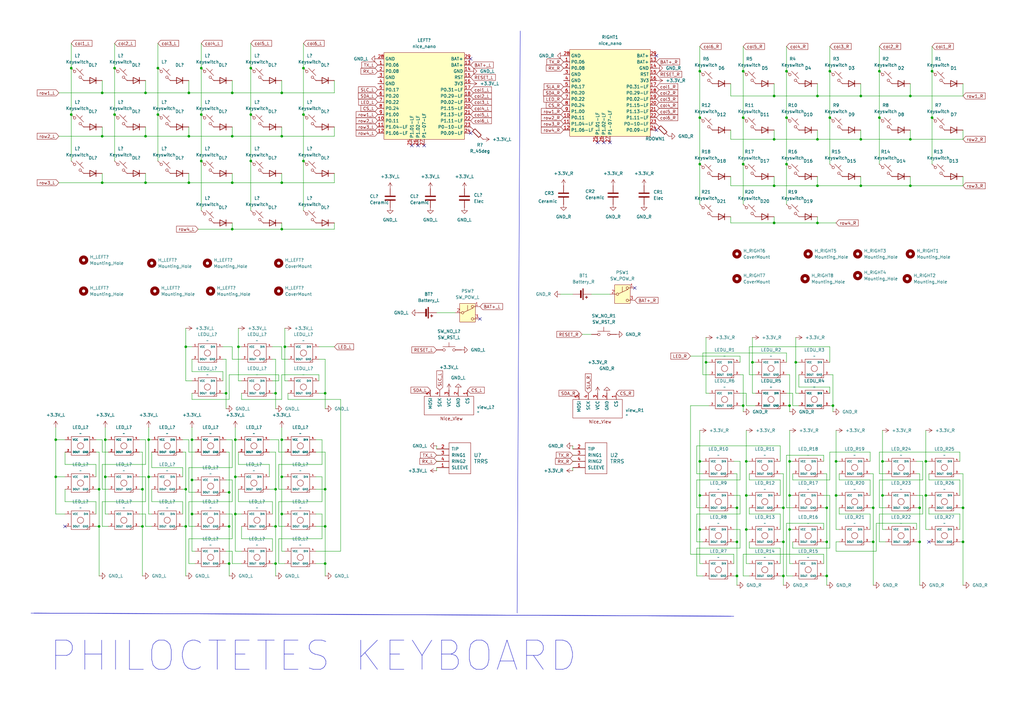
<source format=kicad_sch>
(kicad_sch (version 20231120) (generator "eeschema") (generator_version "8.0")
  (paper "A3")
  (title_block (title "Philoctetes") (date "2025-01-31") (company "License: CERN-OHL-S"))
  (junction (at 287.02 217.17))
  (junction (at 77.47 74.93))
  (junction (at 306.07 203.2))
  (junction (at 321.31 222.25))
  (junction (at 95.25 74.93))
  (junction (at 321.31 208.28))
  (junction (at 41.91 38.1))
  (junction (at 82.55 27.94))
  (junction (at 97.79 142.24))
  (junction (at 115.57 74.93))
  (junction (at 304.8 48.26))
  (junction (at 40.64 215.9))
  (junction (at 64.77 27.94))
  (junction (at 78.74 196.85))
  (junction (at 133.35 215.9))
  (junction (at 59.69 74.93))
  (junction (at 93.98 215.9))
  (junction (at 323.85 166.37))
  (junction (at 124.46 46.99))
  (junction (at 22.86 195.58))
  (junction (at 133.35 161.29))
  (junction (at 95.25 93.98))
  (junction (at 382.27 29.21))
  (junction (at 41.91 55.88))
  (junction (at 113.03 215.9))
  (junction (at 341.63 166.37))
  (junction (at 95.25 55.88))
  (junction (at 76.2 215.9))
  (junction (at 76.2 142.24))
  (junction (at 287.02 67.31))
  (junction (at 289.56 148.59))
  (junction (at 322.58 29.21))
  (junction (at 115.57 38.1))
  (junction (at 115.57 180.34))
  (junction (at 113.03 161.29))
  (junction (at 326.39 148.59))
  (junction (at 76.2 200.66))
  (junction (at 22.86 180.34))
  (junction (at 322.58 48.26))
  (junction (at 361.95 203.2))
  (junction (at 322.58 67.31))
  (junction (at 339.09 208.28))
  (junction (at 353.06 39.37))
  (junction (at 302.26 236.22))
  (junction (at 304.8 166.37))
  (junction (at 335.28 39.37))
  (junction (at 287.02 203.2))
  (junction (at 308.61 148.59))
  (junction (at 82.55 46.99))
  (junction (at 93.98 201.93))
  (junction (at 115.57 210.82))
  (junction (at 133.35 231.14))
  (junction (at 124.46 66.04))
  (junction (at 46.99 27.94))
  (junction (at 102.87 46.99))
  (junction (at 302.26 208.28))
  (junction (at 29.21 27.94))
  (junction (at 59.69 55.88))
  (junction (at 323.85 217.17))
  (junction (at 335.28 57.15))
  (junction (at 40.64 200.66))
  (junction (at 43.18 195.58))
  (junction (at 113.03 200.66))
  (junction (at 46.99 46.99))
  (junction (at 323.85 203.2))
  (junction (at 340.36 48.26))
  (junction (at 394.97 208.28))
  (junction (at 373.38 57.15))
  (junction (at 339.09 222.25))
  (junction (at 93.98 231.14))
  (junction (at 64.77 46.99))
  (junction (at 339.09 236.22))
  (junction (at 43.18 180.34))
  (junction (at 360.68 29.21))
  (junction (at 317.5 57.15))
  (junction (at 335.28 91.44))
  (junction (at 361.95 189.23))
  (junction (at 360.68 48.26))
  (junction (at 115.57 93.98))
  (junction (at 115.57 55.88))
  (junction (at 342.9 203.2))
  (junction (at 77.47 38.1))
  (junction (at 373.38 76.2))
  (junction (at 321.31 236.22))
  (junction (at 78.74 180.34))
  (junction (at 77.47 55.88))
  (junction (at 306.07 189.23))
  (junction (at 323.85 189.23))
  (junction (at 340.36 29.21))
  (junction (at 358.14 208.28))
  (junction (at 115.57 195.58))
  (junction (at 60.96 195.58))
  (junction (at 317.5 76.2))
  (junction (at 377.19 222.25))
  (junction (at 29.21 46.99))
  (junction (at 102.87 27.94))
  (junction (at 78.74 210.82))
  (junction (at 41.91 74.93))
  (junction (at 373.38 39.37))
  (junction (at 379.73 203.2))
  (junction (at 82.55 66.04))
  (junction (at 287.02 189.23))
  (junction (at 95.25 38.1))
  (junction (at 96.52 180.34))
  (junction (at 287.02 48.26))
  (junction (at 96.52 210.82))
  (junction (at 306.07 217.17))
  (junction (at 342.9 189.23))
  (junction (at 379.73 189.23))
  (junction (at 113.03 231.14))
  (junction (at 304.8 29.21))
  (junction (at 116.84 142.24))
  (junction (at 317.5 39.37))
  (junction (at 59.69 38.1))
  (junction (at 353.06 57.15))
  (junction (at 133.35 200.66))
  (junction (at 394.97 222.25))
  (junction (at 58.42 200.66))
  (junction (at 353.06 76.2))
  (junction (at 358.14 222.25))
  (junction (at 102.87 66.04))
  (junction (at 96.52 195.58))
  (junction (at 287.02 29.21))
  (junction (at 382.27 48.26))
  (junction (at 317.5 91.44))
  (junction (at 304.8 67.31))
  (junction (at 92.71 161.29))
  (junction (at 335.28 76.2))
  (junction (at 302.26 222.25))
  (junction (at 58.42 215.9))
  (junction (at 60.96 180.34))
  (junction (at 124.46 27.94))
  (junction (at 377.19 208.28))
  (no_connect (at 269.24 22.86))
  (no_connect (at 193.04 54.61))
  (no_connect (at 173.99 59.69))
  (no_connect (at 269.24 53.34))
  (no_connect (at 247.65 58.42))
  (no_connect (at 250.19 58.42))
  (no_connect (at 245.11 58.42))
  (no_connect (at 171.45 59.69))
  (no_connect (at 168.91 59.69))
  (no_connect (at 193.04 24.13))
  (no_connect (at 381 222.25))
  (no_connect (at 196.85 130.81))
  (no_connect (at 260.35 118.11))
  (no_connect (at 26.67 215.9))
  (wire (pts (xy 114.3 153.67) (xy 114.3 156.21)))
  (wire (pts (xy 59.69 215.9) (xy 59.69 210.82)))
  (wire (pts (xy 306.07 203.2) (xy 306.07 217.17)))
  (wire (pts (xy 78.74 196.85) (xy 80.01 196.85)))
  (wire (pts (xy 99.06 161.29) (xy 99.06 163.83)))
  (wire (pts (xy 133.35 147.32) (xy 133.35 161.29)))
  (wire (pts (xy 302.26 194.31) (xy 302.26 208.28)))
  (wire (pts (xy 358.14 208.28) (xy 358.14 222.25)))
  (wire (pts (xy 91.44 147.32) (xy 92.71 147.32)))
  (wire (pts (xy 132.08 210.82) (xy 129.54 210.82)))
  (wire (pts (xy 377.19 208.28) (xy 377.19 222.25)))
  (wire (pts (xy 234.95 189.23) (xy 236.22 189.23)))
  (wire (pts (xy 306.07 203.2) (xy 307.34 203.2)))
  (wire (pts (xy 299.72 39.37) (xy 317.5 39.37)))
  (wire (pts (xy 124.46 17.78) (xy 124.46 27.94)))
  (wire (pts (xy 327.66 158.75) (xy 340.36 158.75)))
  (wire (pts (xy 93.98 215.9) (xy 93.98 231.14)))
  (wire (pts (xy 337.82 194.31) (xy 339.09 194.31)))
  (wire (pts (xy 303.53 203.2) (xy 300.99 203.2)))
  (wire (pts (xy 303.53 153.67) (xy 304.8 153.67)))
  (wire (pts (xy 60.96 180.34) (xy 60.96 195.58)))
  (wire (pts (xy 300.99 194.31) (xy 302.26 194.31)))
  (wire (pts (xy 344.17 222.25) (xy 342.9 222.25)))
  (wire (pts (xy 59.69 33.02) (xy 59.69 38.1)))
  (wire (pts (xy 95.25 191.77) (xy 95.25 180.34)))
  (wire (pts (xy 339.09 208.28) (xy 339.09 222.25)))
  (wire (pts (xy 22.86 180.34) (xy 26.67 180.34)))
  (wire (pts (xy 115.57 147.32) (xy 115.57 142.24)))
  (wire (pts (xy 289.56 148.59) (xy 289.56 161.29)))
  (wire (pts (xy 78.74 210.82) (xy 78.74 226.06)))
  (wire (pts (xy 299.72 57.15) (xy 317.5 57.15)))
  (wire (pts (xy 133.35 161.29) (xy 133.35 167.64)))
  (wire (pts (xy 99.06 147.32) (xy 95.25 147.32)))
  (wire (pts (xy 308.61 148.59) (xy 308.61 161.29)))
  (wire (pts (xy 137.16 33.02) (xy 137.16 38.1)))
  (wire (pts (xy 287.02 67.31) (xy 287.02 83.82)))
  (wire (pts (xy 378.46 189.23) (xy 375.92 189.23)))
  (wire (pts (xy 306.07 176.53) (xy 306.07 189.23)))
  (wire (pts (xy 335.28 53.34) (xy 335.28 57.15)))
  (wire (pts (xy 306.07 189.23) (xy 307.34 189.23)))
  (wire (pts (xy 78.74 196.85) (xy 78.74 210.82)))
  (wire (pts (xy 96.52 180.34) (xy 96.52 195.58)))
  (wire (pts (xy 139.7 163.83) (xy 139.7 226.06)))
  (wire (pts (xy 74.93 205.74) (xy 74.93 210.82)))
  (wire (pts (xy 393.7 222.25) (xy 394.97 222.25)))
  (wire (pts (xy 289.56 148.59) (xy 290.83 148.59)))
  (wire (pts (xy 360.68 208.28) (xy 363.22 208.28)))
  (wire (pts (xy 77.47 205.74) (xy 95.25 205.74)))
  (wire (pts (xy 41.91 55.88) (xy 59.69 55.88)))
  (wire (pts (xy 285.75 208.28) (xy 288.29 208.28)))
  (wire (pts (xy 116.84 200.66) (xy 114.3 200.66)))
  (wire (pts (xy 64.77 46.99) (xy 64.77 66.04)))
  (wire (pts (xy 335.28 34.29) (xy 335.28 39.37)))
  (wire (pts (xy 360.68 194.31) (xy 360.68 185.42)))
  (wire (pts (xy 116.84 226.06) (xy 115.57 226.06)))
  (wire (pts (xy 124.46 27.94) (xy 124.46 46.99)))
  (wire (pts (xy 306.07 217.17) (xy 307.34 217.17)))
  (wire (pts (xy 317.5 88.9) (xy 317.5 91.44)))
  (wire (pts (xy 326.39 148.59) (xy 327.66 148.59)))
  (wire (pts (xy 92.71 231.14) (xy 93.98 231.14)))
  (wire (pts (xy 394.97 53.34) (xy 394.97 57.15)))
  (wire (pts (xy 285.75 224.79) (xy 303.53 224.79)))
  (wire (pts (xy 287.02 19.05) (xy 287.02 29.21)))
  (wire (pts (xy 375.92 222.25) (xy 377.19 222.25)))
  (wire (pts (xy 340.36 48.26) (xy 340.36 67.31)))
  (wire (pts (xy 130.81 142.24) (xy 137.16 142.24)))
  (wire (pts (xy 129.54 200.66) (xy 133.35 200.66)))
  (wire (pts (xy 320.04 222.25) (xy 321.31 222.25)))
  (wire (pts (xy 382.27 19.05) (xy 382.27 29.21)))
  (wire (pts (xy 335.28 57.15) (xy 353.06 57.15)))
  (wire (pts (xy 118.11 147.32) (xy 115.57 147.32)))
  (wire (pts (xy 358.14 222.25) (xy 358.14 240.03)))
  (wire (pts (xy 82.55 46.99) (xy 82.55 66.04)))
  (wire (pts (xy 379.73 189.23) (xy 381 189.23)))
  (wire (pts (xy 26.67 205.74) (xy 39.37 205.74)))
  (wire (pts (xy 113.03 161.29) (xy 113.03 167.64)))
  (wire (pts (xy 115.57 74.93) (xy 137.16 74.93)))
  (wire (pts (xy 60.96 195.58) (xy 60.96 210.82)))
  (wire (pts (xy 394.97 34.29) (xy 394.97 39.37)))
  (wire (pts (xy 375.92 203.2) (xy 378.46 203.2)))
  (wire (pts (xy 323.85 189.23) (xy 325.12 189.23)))
  (wire (pts (xy 358.14 194.31) (xy 358.14 208.28)))
  (wire (pts (xy 306.07 166.37) (xy 306.07 161.29)))
  (wire (pts (xy 93.98 185.42) (xy 93.98 201.93)))
  (wire (pts (xy 361.95 217.17) (xy 363.22 217.17)))
  (wire (pts (xy 307.34 153.67) (xy 309.88 153.67)))
  (wire (pts (xy 76.2 142.24) (xy 78.74 142.24)))
  (wire (pts (xy 323.85 203.2) (xy 323.85 217.17)))
  (wire (pts (xy 44.45 200.66) (xy 41.91 200.66)))
  (wire (pts (xy 323.85 176.53) (xy 323.85 189.23)))
  (wire (pts (xy 113.03 215.9) (xy 113.03 231.14)))
  (wire (pts (xy 353.06 72.39) (xy 353.06 76.2)))
  (wire (pts (xy 78.74 156.21) (xy 76.2 156.21)))
  (wire (pts (xy 342.9 203.2) (xy 342.9 217.17)))
  (wire (pts (xy 321.31 194.31) (xy 321.31 208.28)))
  (wire (pts (xy 115.57 142.24) (xy 111.76 142.24)))
  (wire (pts (xy 340.36 29.21) (xy 340.36 48.26)))
  (wire (pts (xy 303.53 224.79) (xy 303.53 217.17)))
  (wire (pts (xy 283.21 227.33) (xy 300.99 227.33)))
  (wire (pts (xy 322.58 186.69) (xy 337.82 186.69)))
  (wire (pts (xy 99.06 156.21) (xy 97.79 156.21)))
  (wire (pts (xy 114.3 205.74) (xy 132.08 205.74)))
  (wire (pts (xy 59.69 52.07) (xy 59.69 55.88)))
  (wire (pts (xy 304.8 153.67) (xy 304.8 166.37)))
  (wire (pts (xy 341.63 153.67) (xy 341.63 166.37)))
  (wire (pts (xy 337.82 208.28) (xy 339.09 208.28)))
  (wire (pts (xy 97.79 142.24) (xy 99.06 142.24)))
  (wire (pts (xy 323.85 189.23) (xy 323.85 203.2)))
  (wire (pts (xy 114.3 185.42) (xy 114.3 180.34)))
  (wire (pts (xy 322.58 166.37) (xy 323.85 166.37)))
  (wire (pts (xy 307.34 236.22) (xy 304.8 236.22)))
  (wire (pts (xy 381 196.85) (xy 393.7 196.85)))
  (wire (pts (xy 43.18 195.58) (xy 43.18 210.82)))
  (wire (pts (xy 77.47 231.14) (xy 77.47 220.98)))
  (wire (pts (xy 95.25 91.44) (xy 95.25 93.98)))
  (wire (pts (xy 26.67 210.82) (xy 22.86 210.82)))
  (wire (pts (xy 137.16 91.44) (xy 137.16 93.98)))
  (wire (pts (xy 325.12 222.25) (xy 325.12 224.79)))
  (wire (pts (xy 290.83 153.67) (xy 288.29 153.67)))
  (wire (pts (xy 76.2 215.9) (xy 76.2 236.22)))
  (wire (pts (xy 64.77 17.78) (xy 64.77 27.94)))
  (wire (pts (xy 95.25 220.98) (xy 95.25 210.82)))
  (wire (pts (xy 110.49 190.5) (xy 110.49 195.58)))
  (wire (pts (xy 115.57 210.82) (xy 116.84 210.82)))
  (wire (pts (xy 361.95 203.2) (xy 361.95 217.17)))
  (wire (pts (xy 303.53 148.59) (xy 303.53 146.05)))
  (wire (pts (xy 179.07 186.69) (xy 180.34 186.69)))
  (wire (pts (xy 76.2 134.62) (xy 76.2 142.24)))
  (wire (pts (xy 43.18 195.58) (xy 44.45 195.58)))
  (wire (pts (xy 307.34 194.31) (xy 307.34 196.85)))
  (wire (pts (xy 307.34 153.67) (xy 307.34 142.24)))
  (wire (pts (xy 322.58 19.05) (xy 322.58 29.21)))
  (wire (pts (xy 76.2 142.24) (xy 76.2 156.21)))
  (wire (pts (xy 287.02 176.53) (xy 287.02 189.23)))
  (wire (pts (xy 96.52 180.34) (xy 97.79 180.34)))
  (wire (pts (xy 308.61 138.43) (xy 308.61 148.59)))
  (wire (pts (xy 309.88 161.29) (xy 308.61 161.29)))
  (wire (pts (xy 77.47 220.98) (xy 95.25 220.98)))
  (wire (pts (xy 335.28 39.37) (xy 353.06 39.37)))
  (wire (pts (xy 373.38 76.2) (xy 394.97 76.2)))
  (wire (pts (xy 114.3 231.14) (xy 114.3 220.98)))
  (wire (pts (xy 59.69 71.12) (xy 59.69 74.93)))
  (wire (pts (xy 46.99 27.94) (xy 46.99 46.99)))
  (wire (pts (xy 323.85 166.37) (xy 323.85 168.91)))
  (wire (pts (xy 111.76 205.74) (xy 111.76 210.82)))
  (wire (pts (xy 95.25 93.98) (xy 115.57 93.98)))
  (wire (pts (xy 78.74 180.34) (xy 78.74 196.85)))
  (wire (pts (xy 77.47 71.12) (xy 77.47 74.93)))
  (wire (pts (xy 118.11 156.21) (xy 116.84 156.21)))
  (wire (pts (xy 325.12 236.22) (xy 322.58 236.22)))
  (wire (pts (xy 381 208.28) (xy 381 210.82)))
  (wire (pts (xy 303.53 196.85) (xy 303.53 189.23)))
  (wire (pts (xy 58.42 215.9) (xy 58.42 236.22)))
  (wire (pts (xy 288.29 231.14) (xy 287.02 231.14)))
  (wire (pts (xy 93.98 231.14) (xy 93.98 236.22)))
  (wire (pts (xy 77.47 201.93) (xy 77.47 191.77)))
  (wire (pts (xy 93.98 153.67) (xy 93.98 163.83)))
  (wire (pts (xy 95.25 180.34) (xy 92.71 180.34)))
  (wire (pts (xy 379.73 217.17) (xy 381 217.17)))
  (wire (pts (xy 360.68 48.26) (xy 360.68 67.31)))
  (wire (pts (xy 304.8 19.05) (xy 304.8 29.21)))
  (wire (pts (xy 114.3 215.9) (xy 114.3 205.74)))
  (wire (pts (xy 24.13 74.93) (xy 41.91 74.93)))
  (wire (pts (xy 353.06 57.15) (xy 373.38 57.15)))
  (wire (pts (xy 46.99 46.99) (xy 46.99 66.04)))
  (wire (pts (xy 74.93 215.9) (xy 76.2 215.9)))
  (wire (pts (xy 78.74 163.83) (xy 93.98 163.83)))
  (wire (pts (xy 60.96 210.82) (xy 62.23 210.82)))
  (wire (pts (xy 58.42 185.42) (xy 58.42 200.66)))
  (wire (pts (xy 307.34 222.25) (xy 307.34 224.79)))
  (wire (pts (xy 57.15 215.9) (xy 58.42 215.9)))
  (wire (pts (xy 92.71 161.29) (xy 92.71 167.64)))
  (wire (pts (xy 95.25 196.85) (xy 92.71 196.85)))
  (wire (pts (xy 115.57 195.58) (xy 116.84 195.58)))
  (wire (pts (xy 360.68 210.82) (xy 360.68 222.25)))
  (wire (pts (xy 344.17 210.82) (xy 356.87 210.82)))
  (wire (pts (xy 361.95 176.53) (xy 361.95 189.23)))
  (wire (pts (xy 285.75 196.85) (xy 303.53 196.85)))
  (wire (pts (xy 40.64 185.42) (xy 40.64 200.66)))
  (wire (pts (xy 378.46 196.85) (xy 378.46 189.23)))
  (wire (pts (xy 356.87 222.25) (xy 358.14 222.25)))
  (wire (pts (xy 393.7 196.85) (xy 393.7 203.2)))
  (wire (pts (xy 323.85 217.17) (xy 325.12 217.17)))
  (wire (pts (xy 111.76 220.98) (xy 111.76 226.06)))
  (wire (pts (xy 129.54 185.42) (xy 133.35 185.42)))
  (wire (pts (xy 92.71 201.93) (xy 93.98 201.93)))
  (wire (pts (xy 322.58 208.28) (xy 322.58 186.69)))
  (wire (pts (xy 129.54 231.14) (xy 133.35 231.14)))
  (wire (pts (xy 325.12 224.79) (xy 340.36 224.79)))
  (wire (pts (xy 97.79 200.66) (xy 97.79 205.74)))
  (wire (pts (xy 179.07 182.88) (xy 179.07 184.15)))
  (wire (pts (xy 115.57 33.02) (xy 115.57 38.1)))
  (wire (pts (xy 111.76 161.29) (xy 113.03 161.29)))
  (wire (pts (xy 375.92 214.63) (xy 375.92 217.17)))
  (wire (pts (xy 342.9 176.53) (xy 342.9 189.23)))
  (wire (pts (xy 327.66 166.37) (xy 325.12 166.37)))
  (wire (pts (xy 242.57 120.65) (xy 250.19 120.65)))
  (wire (pts (xy 325.12 208.28) (xy 322.58 208.28)))
  (wire (pts (xy 325.12 161.29) (xy 322.58 161.29)))
  (wire (pts (xy 96.52 195.58) (xy 97.79 195.58)))
  (wire (pts (xy 377.19 222.25) (xy 377.19 240.03)))
  (wire (pts (xy 78.74 161.29) (xy 78.74 163.83)))
  (wire (pts (xy 359.41 226.06) (xy 359.41 214.63)))
  (wire (pts (xy 307.34 224.79) (xy 320.04 224.79)))
  (wire (pts (xy 26.67 200.66) (xy 26.67 205.74)))
  (wire (pts (xy 95.25 226.06) (xy 92.71 226.06)))
  (wire (pts (xy 303.53 166.37) (xy 304.8 166.37)))
  (wire (pts (xy 342.9 189.23) (xy 342.9 203.2)))
  (wire (pts (xy 378.46 203.2) (xy 378.46 210.82)))
  (wire (pts (xy 340.36 196.85) (xy 340.36 185.42)))
  (wire (pts (xy 344.17 194.31) (xy 344.17 196.85)))
  (wire (pts (xy 381 194.31) (xy 381 196.85)))
  (wire (pts (xy 77.47 33.02) (xy 77.47 38.1)))
  (wire (pts (xy 41.91 38.1) (xy 59.69 38.1)))
  (wire (pts (xy 287.02 189.23) (xy 288.29 189.23)))
  (wire (pts (xy 41.91 33.02) (xy 41.91 38.1)))
  (wire (pts (xy 26.67 185.42) (xy 26.67 190.5)))
  (wire (pts (xy 309.88 166.37) (xy 306.07 166.37)))
  (wire (pts (xy 234.95 193.04) (xy 234.95 191.77)))
  (wire (pts (xy 285.75 222.25) (xy 285.75 210.82)))
  (wire (pts (xy 299.72 53.34) (xy 299.72 57.15)))
  (wire (pts (xy 43.18 180.34) (xy 43.18 195.58)))
  (wire (pts (xy 179.07 193.04) (xy 179.07 191.77)))
  (wire (pts (xy 288.29 153.67) (xy 288.29 144.78)))
  (wire (pts (xy 323.85 153.67) (xy 323.85 166.37)))
  (wire (pts (xy 320.04 196.85) (xy 320.04 203.2)))
  (wire (pts (xy 95.25 142.24) (xy 91.44 142.24)))
  (wire (pts (xy 285.75 182.88) (xy 320.04 182.88)))
  (wire (pts (xy 133.35 215.9) (xy 133.35 231.14)))
  (wire (pts (xy 96.52 210.82) (xy 96.52 226.06)))
  (wire (pts (xy 300.99 227.33) (xy 300.99 231.14)))
  (wire (pts (xy 80.01 185.42) (xy 77.47 185.42)))
  (wire (pts (xy 95.25 71.12) (xy 95.25 74.93)))
  (wire (pts (xy 99.06 231.14) (xy 95.25 231.14)))
  (wire (pts (xy 342.9 189.23) (xy 344.17 189.23)))
  (wire (pts (xy 95.25 147.32) (xy 95.25 142.24)))
  (wire (pts (xy 59.69 74.93) (xy 77.47 74.93)))
  (wire (pts (xy 317.5 34.29) (xy 317.5 39.37)))
  (wire (pts (xy 118.11 163.83) (xy 139.7 163.83)))
  (wire (pts (xy 116.84 215.9) (xy 114.3 215.9)))
  (wire (pts (xy 64.77 27.94) (xy 64.77 46.99)))
  (wire (pts (xy 287.02 203.2) (xy 288.29 203.2)))
  (wire (pts (xy 290.83 161.29) (xy 289.56 161.29)))
  (wire (pts (xy 92.71 147.32) (xy 92.71 161.29)))
  (wire (pts (xy 325.12 194.31) (xy 325.12 196.85)))
  (wire (pts (xy 344.17 217.17) (xy 342.9 217.17)))
  (wire (pts (xy 95.25 52.07) (xy 95.25 55.88)))
  (wire (pts (xy 317.5 72.39) (xy 317.5 76.2)))
  (wire (pts (xy 95.25 38.1) (xy 115.57 38.1)))
  (wire (pts (xy 115.57 180.34) (xy 115.57 195.58)))
  (wire (pts (xy 322.58 214.63) (xy 337.82 214.63)))
  (wire (pts (xy 394.97 222.25) (xy 394.97 240.03)))
  (wire (pts (xy 113.03 185.42) (xy 113.03 200.66)))
  (wire (pts (xy 285.75 194.31) (xy 285.75 182.88)))
  (wire (pts (xy 111.76 231.14) (xy 113.03 231.14)))
  (wire (pts (xy 229.87 120.65) (xy 234.95 120.65)))
  (wire (pts (xy 29.21 27.94) (xy 29.21 46.99)))
  (wire (pts (xy 361.95 189.23) (xy 363.22 189.23)))
  (wire (pts (xy 59.69 38.1) (xy 77.47 38.1)))
  (wire (pts (xy 95.25 33.02) (xy 95.25 38.1)))
  (wire (pts (xy 325.12 196.85) (xy 340.36 196.85)))
  (wire (pts (xy 97.79 134.62) (xy 97.79 142.24)))
  (wire (pts (xy 320.04 224.79) (xy 320.04 231.14)))
  (wire (pts (xy 115.57 52.07) (xy 115.57 55.88)))
  (wire (pts (xy 77.47 180.34) (xy 74.93 180.34)))
  (wire (pts (xy 340.36 158.75) (xy 340.36 161.29)))
  (wire (pts (xy 115.57 175.26) (xy 115.57 180.34)))
  (wire (pts (xy 317.5 76.2) (xy 335.28 76.2)))
  (wire (pts (xy 59.69 195.58) (xy 57.15 195.58)))
  (wire (pts (xy 341.63 166.37) (xy 341.63 168.91)))
  (wire (pts (xy 44.45 215.9) (xy 41.91 215.9)))
  (wire (pts (xy 285.75 208.28) (xy 285.75 196.85)))
  (wire (pts (xy 60.96 180.34) (xy 62.23 180.34)))
  (wire (pts (xy 39.37 180.34) (xy 41.91 180.34)))
  (wire (pts (xy 360.68 29.21) (xy 360.68 48.26)))
  (wire (pts (xy 306.07 161.29) (xy 303.53 161.29)))
  (wire (pts (xy 114.3 220.98) (xy 132.08 220.98)))
  (wire (pts (xy 77.47 52.07) (xy 77.47 55.88)))
  (wire (pts (xy 304.8 166.37) (xy 304.8 168.91)))
  (wire (pts (xy 353.06 53.34) (xy 353.06 57.15)))
  (wire (pts (xy 288.29 144.78) (xy 322.58 144.78)))
  (wire (pts (xy 115.57 71.12) (xy 115.57 74.93)))
  (wire (pts (xy 96.52 175.26) (xy 96.52 180.34)))
  (wire (pts (xy 77.47 185.42) (xy 77.47 180.34)))
  (wire (pts (xy 302.26 208.28) (xy 302.26 222.25)))
  (wire (pts (xy 356.87 185.42) (xy 356.87 189.23)))
  (wire (pts (xy 322.58 236.22) (xy 322.58 214.63)))
  (wire (pts (xy 39.37 205.74) (xy 39.37 210.82)))
  (wire (pts (xy 306.07 217.17) (xy 306.07 231.14)))
  (wire (pts (xy 59.69 180.34) (xy 57.15 180.34)))
  (wire (pts (xy 22.86 180.34) (xy 22.86 195.58)))
  (wire (pts (xy 361.95 203.2) (xy 363.22 203.2)))
  (wire (pts (xy 132.08 220.98) (xy 132.08 210.82)))
  (wire (pts (xy 115.57 180.34) (xy 116.84 180.34)))
  (wire (pts (xy 393.7 185.42) (xy 393.7 189.23)))
  (wire (pts (xy 102.87 46.99) (xy 102.87 66.04)))
  (wire (pts (xy 323.85 203.2) (xy 325.12 203.2)))
  (wire (pts (xy 82.55 27.94) (xy 82.55 46.99)))
  (wire (pts (xy 92.71 185.42) (xy 93.98 185.42)))
  (wire (pts (xy 322.58 48.26) (xy 322.58 67.31)))
  (wire (pts (xy 340.36 19.05) (xy 340.36 29.21)))
  (wire (pts (xy 394.97 72.39) (xy 394.97 76.2)))
  (wire (pts (xy 59.69 205.74) (xy 59.69 195.58)))
  (wire (pts (xy 373.38 72.39) (xy 373.38 76.2)))
  (wire (pts (xy 337.82 186.69) (xy 337.82 189.23)))
  (wire (pts (xy 43.18 180.34) (xy 44.45 180.34)))
  (wire (pts (xy 356.87 194.31) (xy 358.14 194.31)))
  (wire (pts (xy 115.57 55.88) (xy 137.16 55.88)))
  (wire (pts (xy 300.99 222.25) (xy 302.26 222.25)))
  (wire (pts (xy 41.91 74.93) (xy 59.69 74.93)))
  (wire (pts (xy 285.75 236.22) (xy 285.75 224.79)))
  (wire (pts (xy 116.84 142.24) (xy 116.84 156.21)))
  (wire (pts (xy 26.67 190.5) (xy 39.37 190.5)))
  (wire (pts (xy 95.25 74.93) (xy 115.57 74.93)))
  (wire (pts (xy 60.96 195.58) (xy 62.23 195.58)))
  (wire (pts (xy 92.71 215.9) (xy 93.98 215.9)))
  (wire (pts (xy 302.26 222.25) (xy 302.26 236.22)))
  (wire (pts (xy 129.54 215.9) (xy 133.35 215.9)))
  (wire (pts (xy 339.09 194.31) (xy 339.09 208.28)))
  (wire (pts (xy 337.82 214.63) (xy 337.82 217.17)))
  (wire (pts (xy 77.47 215.9) (xy 77.47 205.74)))
  (wire (pts (xy 40.64 215.9) (xy 40.64 236.22)))
  (wire (pts (xy 320.04 208.28) (xy 321.31 208.28)))
  (wire (pts (xy 299.72 91.44) (xy 317.5 91.44)))
  (wire (pts (xy 115.57 210.82) (xy 115.57 226.06)))
  (wire (pts (xy 115.57 195.58) (xy 115.57 210.82)))
  (wire (pts (xy 361.95 189.23) (xy 361.95 203.2)))
  (wire (pts (xy 43.18 175.26) (xy 43.18 180.34)))
  (wire (pts (xy 95.25 210.82) (xy 92.71 210.82)))
  (wire (pts (xy 114.3 180.34) (xy 110.49 180.34)))
  (wire (pts (xy 303.53 210.82) (xy 303.53 203.2)))
  (wire (pts (xy 113.03 231.14) (xy 113.03 236.22)))
  (wire (pts (xy 303.53 189.23) (xy 300.99 189.23)))
  (wire (pts (xy 114.3 190.5) (xy 132.08 190.5)))
  (wire (pts (xy 359.41 214.63) (xy 375.92 214.63)))
  (wire (pts (xy 393.7 208.28) (xy 394.97 208.28)))
  (wire (pts (xy 57.15 185.42) (xy 58.42 185.42)))
  (wire (pts (xy 115.57 93.98) (xy 137.16 93.98)))
  (wire (pts (xy 340.36 203.2) (xy 337.82 203.2)))
  (wire (pts (xy 80.01 201.93) (xy 77.47 201.93)))
  (wire (pts (xy 360.68 185.42) (xy 393.7 185.42)))
  (wire (pts (xy 340.36 185.42) (xy 356.87 185.42)))
  (wire (pts (xy 302.26 236.22) (xy 302.26 240.03)))
  (wire (pts (xy 340.36 142.24) (xy 340.36 148.59)))
  (wire (pts (xy 377.19 194.31) (xy 377.19 208.28)))
  (wire (pts (xy 307.34 210.82) (xy 320.04 210.82)))
  (wire (pts (xy 335.28 91.44) (xy 342.9 91.44)))
  (wire (pts (xy 283.21 166.37) (xy 283.21 227.33)))
  (wire (pts (xy 326.39 138.43) (xy 326.39 148.59)))
  (wire (pts (xy 80.01 215.9) (xy 77.47 215.9)))
  (wire (pts (xy 381 210.82) (xy 393.7 210.82)))
  (wire (pts (xy 307.34 208.28) (xy 307.34 210.82)))
  (wire (pts (xy 46.99 17.78) (xy 46.99 27.94)))
  (wire (pts (xy 78.74 210.82) (xy 80.01 210.82)))
  (wire (pts (xy 238.76 137.16) (xy 242.57 137.16)))
  (wire (pts (xy 327.66 161.29) (xy 326.39 161.29)))
  (wire (pts (xy 99.06 163.83) (xy 115.57 163.83)))
  (wire (pts (xy 373.38 34.29) (xy 373.38 39.37)))
  (wire (pts (xy 95.25 55.88) (xy 115.57 55.88)))
  (wire (pts (xy 342.9 222.25) (xy 342.9 226.06)))
  (wire (pts (xy 137.16 71.12) (xy 137.16 74.93)))
  (wire (pts (xy 74.93 191.77) (xy 74.93 195.58)))
  (wire (pts (xy 321.31 222.25) (xy 321.31 236.22)))
  (wire (pts (xy 76.2 185.42) (xy 76.2 200.66)))
  (wire (pts (xy 322.58 67.31) (xy 322.58 83.82)))
  (wire (pts (xy 317.5 53.34) (xy 317.5 57.15)))
  (wire (pts (xy 344.17 208.28) (xy 344.17 210.82)))
  (wire (pts (xy 299.72 88.9) (xy 299.72 91.44)))
  (wire (pts (xy 394.97 208.28) (xy 394.97 222.25)))
  (wire (pts (xy 393.7 194.31) (xy 394.97 194.31)))
  (wire (pts (xy 115.57 153.67) (xy 130.81 153.67)))
  (wire (pts (xy 110.49 200.66) (xy 113.03 200.66)))
  (wire (pts (xy 288.29 236.22) (xy 285.75 236.22)))
  (wire (pts (xy 124.46 46.99) (xy 124.46 66.04)))
  (wire (pts (xy 114.3 200.66) (xy 114.3 190.5)))
  (wire (pts (xy 304.8 48.26) (xy 304.8 67.31)))
  (wire (pts (xy 322.58 29.21) (xy 322.58 48.26)))
  (wire (pts (xy 179.07 189.23) (xy 180.34 189.23)))
  (wire (pts (xy 41.91 52.07) (xy 41.91 55.88)))
  (wire (pts (xy 77.47 38.1) (xy 95.25 38.1)))
  (wire (pts (xy 337.82 227.33) (xy 337.82 231.14)))
  (wire (pts (xy 340.36 224.79) (xy 340.36 203.2)))
  (wire (pts (xy 394.97 194.31) (xy 394.97 208.28)))
  (wire (pts (xy 116.84 185.42) (xy 114.3 185.42)))
  (wire (pts (xy 340.36 153.67) (xy 341.63 153.67)))
  (wire (pts (xy 287.02 48.26) (xy 287.02 67.31)))
  (wire (pts (xy 339.09 236.22) (xy 339.09 240.03)))
  (wire (pts (xy 335.28 88.9) (xy 335.28 91.44)))
  (wire (pts (xy 96.52 210.82) (xy 99.06 210.82)))
  (wire (pts (xy 116.84 134.62) (xy 116.84 142.24)))
  (wire (pts (xy 74.93 185.42) (xy 76.2 185.42)))
  (wire (pts (xy 115.57 38.1) (xy 137.16 38.1)))
  (wire (pts (xy 379.73 203.2) (xy 379.73 217.17)))
  (wire (pts (xy 321.31 236.22) (xy 321.31 240.03)))
  (wire (pts (xy 78.74 152.4) (xy 91.44 152.4)))
  (wire (pts (xy 304.8 29.21) (xy 304.8 48.26)))
  (wire (pts (xy 283.21 146.05) (xy 303.53 146.05)))
  (wire (pts (xy 81.28 93.98) (xy 95.25 93.98)))
  (wire (pts (xy 62.23 191.77) (xy 74.93 191.77)))
  (wire (pts (xy 287.02 217.17) (xy 288.29 217.17)))
  (wire (pts (xy 93.98 201.93) (xy 93.98 215.9)))
  (wire (pts (xy 111.76 147.32) (xy 113.03 147.32)))
  (wire (pts (xy 124.46 66.04) (xy 124.46 86.36)))
  (wire (pts (xy 393.7 210.82) (xy 393.7 217.17)))
  (wire (pts (xy 373.38 53.34) (xy 373.38 57.15)))
  (wire (pts (xy 375.92 194.31) (xy 377.19 194.31)))
  (wire (pts (xy 321.31 208.28) (xy 321.31 222.25)))
  (wire (pts (xy 82.55 66.04) (xy 82.55 86.36)))
  (wire (pts (xy 95.25 231.14) (xy 95.25 226.06)))
  (wire (pts (xy 378.46 210.82) (xy 360.68 210.82)))
  (wire (pts (xy 132.08 205.74) (xy 132.08 195.58)))
  (wire (pts (xy 29.21 46.99) (xy 29.21 66.04)))
  (wire (pts (xy 353.06 76.2) (xy 373.38 76.2)))
  (wire (pts (xy 102.87 17.78) (xy 102.87 27.94)))
  (wire (pts (xy 97.79 185.42) (xy 97.79 190.5)))
  (wire (pts (xy 363.22 194.31) (xy 360.68 194.31)))
  (wire (pts (xy 287.02 29.21) (xy 287.02 48.26)))
  (wire (pts (xy 132.08 180.34) (xy 129.54 180.34)))
  (wire (pts (xy 339.09 222.25) (xy 339.09 236.22)))
  (wire (pts (xy 113.03 147.32) (xy 113.03 161.29)))
  (wire (pts (xy 299.72 76.2) (xy 317.5 76.2)))
  (wire (pts (xy 360.68 196.85) (xy 378.46 196.85)))
  (wire (pts (xy 382.27 29.21) (xy 382.27 48.26)))
  (wire (pts (xy 24.13 55.88) (xy 41.91 55.88)))
  (wire (pts (xy 130.81 153.67) (xy 130.81 156.21)))
  (wire (pts (xy 22.86 195.58) (xy 22.86 210.82)))
  (wire (pts (xy 373.38 57.15) (xy 394.97 57.15)))
  (wire (pts (xy 41.91 71.12) (xy 41.91 74.93)))
  (wire (pts (xy 299.72 72.39) (xy 299.72 76.2)))
  (wire (pts (xy 356.87 210.82) (xy 356.87 217.17)))
  (wire (pts (xy 289.56 138.43) (xy 289.56 148.59)))
  (wire (pts (xy 114.3 156.21) (xy 111.76 156.21)))
  (wire (pts (xy 303.53 217.17) (xy 300.99 217.17)))
  (wire (pts (xy 62.23 185.42) (xy 62.23 191.77)))
  (wire (pts (xy 60.96 175.26) (xy 60.96 180.34)))
  (wire (pts (xy 287.02 217.17) (xy 287.02 231.14)))
  (wire (pts (xy 307.34 231.14) (xy 306.07 231.14)))
  (wire (pts (xy 379.73 189.23) (xy 379.73 203.2)))
  (wire (pts (xy 179.07 128.27) (xy 186.69 128.27)))
  (wire (pts (xy 93.98 153.67) (xy 114.3 153.67)))
  (wire (pts (xy 130.81 161.29) (xy 133.35 161.29)))
  (wire (pts (xy 110.49 185.42) (xy 113.03 185.42)))
  (wire (pts (xy 133.35 185.42) (xy 133.35 200.66)))
  (polyline (pts (xy 12.7 251.46) (xy 299.72 252.73)))
  (polyline (pts (xy 13.97 251.46) (xy 300.99 252.73)))
  (wire (pts (xy 327.66 153.67) (xy 327.66 158.75)))
  (wire (pts (xy 39.37 200.66) (xy 40.64 200.66)))
  (wire (pts (xy 322.58 153.67) (xy 323.85 153.67)))
  (wire (pts (xy 300.99 208.28) (xy 302.26 208.28)))
  (wire (pts (xy 111.76 215.9) (xy 113.03 215.9)))
  (wire (pts (xy 320.04 182.88) (xy 320.04 189.23)))
  (wire (pts (xy 97.79 190.5) (xy 110.49 190.5)))
  (wire (pts (xy 307.34 142.24) (xy 340.36 142.24)))
  (wire (pts (xy 78.74 147.32) (xy 78.74 152.4)))
  (wire (pts (xy 130.81 147.32) (xy 133.35 147.32)))
  (wire (pts (xy 99.06 220.98) (xy 111.76 220.98)))
  (wire (pts (xy 337.82 236.22) (xy 339.09 236.22)))
  (wire (pts (xy 379.73 176.53) (xy 379.73 189.23)))
  (wire (pts (xy 99.06 226.06) (xy 96.52 226.06)))
  (wire (pts (xy 375.92 208.28) (xy 377.19 208.28)))
  (wire (pts (xy 115.57 91.44) (xy 115.57 93.98)))
  (wire (pts (xy 340.36 166.37) (xy 341.63 166.37)))
  (wire (pts (xy 91.44 161.29) (xy 92.71 161.29)))
  (wire (pts (xy 80.01 226.06) (xy 78.74 226.06)))
  (wire (pts (xy 39.37 185.42) (xy 40.64 185.42)))
  (wire (pts (xy 82.55 17.78) (xy 82.55 27.94)))
  (wire (pts (xy 342.9 203.2) (xy 344.17 203.2)))
  (wire (pts (xy 317.5 57.15) (xy 335.28 57.15)))
  (wire (pts (xy 137.16 52.07) (xy 137.16 55.88)))
  (wire (pts (xy 304.8 227.33) (xy 337.82 227.33)))
  (wire (pts (xy 342.9 226.06) (xy 359.41 226.06)))
  (wire (pts (xy 102.87 66.04) (xy 102.87 86.36)))
  (wire (pts (xy 356.87 208.28) (xy 358.14 208.28)))
  (wire (pts (xy 115.57 163.83) (xy 115.57 153.67)))
  (wire (pts (xy 62.23 200.66) (xy 62.23 205.74)))
  (wire (pts (xy 78.74 175.26) (xy 78.74 180.34)))
  (wire (pts (xy 77.47 74.93) (xy 95.25 74.93)))
  (wire (pts (xy 41.91 215.9) (xy 41.91 205.74)))
  (wire (pts (xy 287.02 189.23) (xy 287.02 203.2)))
  (wire (pts (xy 379.73 203.2) (xy 381 203.2)))
  (wire (pts (xy 337.82 222.25) (xy 339.09 222.25)))
  (wire (pts (xy 317.5 91.44) (xy 335.28 91.44)))
  (wire (pts (xy 77.47 55.88) (xy 95.25 55.88)))
  (wire (pts (xy 41.91 205.74) (xy 59.69 205.74)))
  (wire (pts (xy 132.08 195.58) (xy 129.54 195.58)))
  (wire (pts (xy 99.06 215.9) (xy 99.06 220.98)))
  (wire (pts (xy 59.69 190.5) (xy 59.69 180.34)))
  (wire (pts (xy 320.04 194.31) (xy 321.31 194.31)))
  (wire (pts (xy 382.27 48.26) (xy 382.27 67.31)))
  (wire (pts (xy 39.37 215.9) (xy 40.64 215.9)))
  (wire (pts (xy 44.45 185.42) (xy 41.91 185.42)))
  (wire (pts (xy 59.69 210.82) (xy 57.15 210.82)))
  (wire (pts (xy 129.54 226.06) (xy 139.7 226.06)))
  (wire (pts (xy 57.15 200.66) (xy 58.42 200.66)))
  (wire (pts (xy 41.91 185.42) (xy 41.91 180.34)))
  (wire (pts (xy 285.75 194.31) (xy 288.29 194.31)))
  (wire (pts (xy 304.8 236.22) (xy 304.8 227.33)))
  (wire (pts (xy 335.28 72.39) (xy 335.28 76.2)))
  (wire (pts (xy 114.3 231.14) (xy 116.84 231.14)))
  (wire (pts (xy 41.91 190.5) (xy 59.69 190.5)))
  (wire (pts (xy 44.45 210.82) (xy 43.18 210.82)))
  (wire (pts (xy 323.85 217.17) (xy 323.85 231.14)))
  (wire (pts (xy 91.44 152.4) (xy 91.44 156.21)))
  (wire (pts (xy 353.06 39.37) (xy 373.38 39.37)))
  (wire (pts (xy 285.75 210.82) (xy 303.53 210.82)))
  (wire (pts (xy 320.04 210.82) (xy 320.04 217.17)))
  (wire (pts (xy 74.93 200.66) (xy 76.2 200.66)))
  (wire (pts (xy 58.42 200.66) (xy 58.42 215.9)))
  (wire (pts (xy 24.13 38.1) (xy 41.91 38.1)))
  (wire (pts (xy 40.64 200.66) (xy 40.64 215.9)))
  (wire (pts (xy 97.79 142.24) (xy 97.79 156.21)))
  (wire (pts (xy 285.75 222.25) (xy 288.29 222.25)))
  (wire (pts (xy 307.34 196.85) (xy 320.04 196.85)))
  (wire (pts (xy 133.35 200.66) (xy 133.35 215.9)))
  (wire (pts (xy 234.95 186.69) (xy 236.22 186.69)))
  (wire (pts (xy 287.02 203.2) (xy 287.02 217.17)))
  (wire (pts (xy 325.12 231.14) (xy 323.85 231.14)))
  (wire (pts (xy 326.39 148.59) (xy 326.39 161.29)))
  (wire (pts (xy 80.01 231.14) (xy 77.47 231.14)))
  (wire (pts (xy 96.52 195.58) (xy 96.52 210.82)))
  (wire (pts (xy 325.12 166.37) (xy 325.12 161.29)))
  (wire (pts (xy 113.03 200.66) (xy 113.03 215.9)))
  (wire (pts (xy 308.61 148.59) (xy 309.88 148.59)))
  (wire (pts (xy 317.5 39.37) (xy 335.28 39.37)))
  (wire (pts (xy 335.28 76.2) (xy 353.06 76.2)))
  (wire (pts (xy 95.25 205.74) (xy 95.25 196.85)))
  (wire (pts (xy 344.17 196.85) (xy 356.87 196.85)))
  (wire (pts (xy 300.99 236.22) (xy 302.26 236.22)))
  (wire (pts (xy 360.68 19.05) (xy 360.68 29.21)))
  (wire (pts (xy 102.87 27.94) (xy 102.87 46.99)))
  (wire (pts (xy 322.58 144.78) (xy 322.58 148.59)))
  (wire (pts (xy 62.23 205.74) (xy 74.93 205.74)))
  (wire (pts (xy 76.2 200.66) (xy 76.2 215.9)))
  (wire (pts (xy 356.87 196.85) (xy 356.87 203.2)))
  (wire (pts (xy 360.68 208.28) (xy 360.68 196.85)))
  (wire (pts (xy 116.84 142.24) (xy 118.11 142.24)))
  (wire (pts (xy 39.37 190.5) (xy 39.37 195.58)))
  (wire (pts (xy 22.86 195.58) (xy 26.67 195.58)))
  (wire (pts (xy 306.07 189.23) (xy 306.07 203.2)))
  (wire (pts (xy 299.72 34.29) (xy 299.72 39.37)))
  (wire (pts (xy 353.06 34.29) (xy 353.06 39.37)))
  (polyline (pts (xy 213.36 12.7) (xy 212.09 251.46)))
  (wire (pts (xy 373.38 39.37) (xy 394.97 39.37)))
  (wire (pts (xy 59.69 55.88) (xy 77.47 55.88)))
  (wire (pts (xy 304.8 67.31) (xy 304.8 83.82)))
  (wire (pts (xy 290.83 166.37) (xy 283.21 166.37)))
  (wire (pts (xy 234.95 182.88) (xy 234.95 184.15)))
  (wire (pts (xy 41.91 200.66) (xy 41.91 190.5)))
  (wire (pts (xy 133.35 231.14) (xy 133.35 236.22)))
  (wire (pts (xy 320.04 236.22) (xy 321.31 236.22)))
  (wire (pts (xy 360.68 222.25) (xy 363.22 222.25)))
  (wire (pts (xy 77.47 191.77) (xy 95.25 191.77)))
  (wire (pts (xy 22.86 175.26) (xy 22.86 180.34)))
  (wire (pts (xy 132.08 190.5) (xy 132.08 180.34)))
  (wire (pts (xy 29.21 17.78) (xy 29.21 27.94)))
  (wire (pts (xy 118.11 161.29) (xy 118.11 163.83)))
  (wire (pts (xy 78.74 180.34) (xy 80.01 180.34)))
  (wire (pts (xy 62.23 215.9) (xy 59.69 215.9)))
  (wire (pts (xy 97.79 205.74) (xy 111.76 205.74)))
  (text "PHILOCTETES KEYBOARD" (at 128.524 269.24 0) (effects (font (size 12 12))))
  (global_label "col2_L" (shape input) (at 193.04 39.37 0) (property "Intersheetrefs" "${INTERSHEET_REFS}" (effects (hide yes))))
  (global_label "TX_L" (shape input) (at 179.07 186.69 180) (property "Intersheetrefs" "${INTERSHEET_REFS}" (effects (hide yes))))
  (global_label "LED_R" (shape input) (at 231.14 40.64 180) (property "Intersheetrefs" "${INTERSHEET_REFS}" (effects (hide yes))))
  (global_label "col2_R" (shape input) (at 360.68 19.05 0) (property "Intersheetrefs" "${INTERSHEET_REFS}" (effects (hide yes))))
  (global_label "BAT+_L" (shape input) (at 196.85 125.73 0) (property "Intersheetrefs" "${INTERSHEET_REFS}" (effects (hide yes))))
  (global_label "col5_L" (shape input) (at 193.04 46.99 0) (property "Intersheetrefs" "${INTERSHEET_REFS}" (effects (hide yes))))
  (global_label "col3_L" (shape input) (at 193.04 41.91 0) (property "Intersheetrefs" "${INTERSHEET_REFS}" (effects (hide yes))))
  (global_label "RESET_R" (shape input) (at 238.76 137.16 180) (property "Intersheetrefs" "${INTERSHEET_REFS}" (effects (hide yes))))
  (global_label "col4_R" (shape input) (at 322.58 19.05 0) (property "Intersheetrefs" "${INTERSHEET_REFS}" (effects (hide yes))))
  (global_label "row4_R" (shape input) (at 342.9 91.44 0) (property "Intersheetrefs" "${INTERSHEET_REFS}" (effects (hide yes))))
  (global_label "col6_L" (shape input) (at 124.46 17.78 0) (property "Intersheetrefs" "${INTERSHEET_REFS}" (effects (hide yes))))
  (global_label "BAT+_R" (shape input) (at 260.35 123.19 0) (property "Intersheetrefs" "${INTERSHEET_REFS}" (effects (hide yes))))
  (global_label "row3_L" (shape input) (at 24.13 74.93 180) (property "Intersheetrefs" "${INTERSHEET_REFS}" (effects (hide yes))))
  (global_label "col5_R" (shape input) (at 304.8 19.05 0) (property "Intersheetrefs" "${INTERSHEET_REFS}" (effects (hide yes))))
  (global_label "col4_R" (shape input) (at 269.24 43.18 0) (property "Intersheetrefs" "${INTERSHEET_REFS}" (effects (hide yes))))
  (global_label "row2_L" (shape input) (at 154.94 49.53 180) (property "Intersheetrefs" "${INTERSHEET_REFS}" (effects (hide yes))))
  (global_label "SDA_R" (shape input) (at 237.49 161.29 180) (property "Intersheetrefs" "${INTERSHEET_REFS}" (effects (hide yes))))
  (global_label "RX_L" (shape input) (at 179.07 189.23 180) (property "Intersheetrefs" "${INTERSHEET_REFS}" (effects (hide yes))))
  (global_label "TX_R" (shape input) (at 234.95 186.69 180) (property "Intersheetrefs" "${INTERSHEET_REFS}" (effects (hide yes))))
  (global_label "row1_L" (shape input) (at 24.13 38.1 180) (property "Intersheetrefs" "${INTERSHEET_REFS}" (effects (hide yes))))
  (global_label "col3_L" (shape input) (at 64.77 17.78 0) (property "Intersheetrefs" "${INTERSHEET_REFS}" (effects (hide yes))))
  (global_label "row3_L" (shape input) (at 154.94 52.07 180) (property "Intersheetrefs" "${INTERSHEET_REFS}" (effects (hide yes))))
  (global_label "col6_R" (shape input) (at 287.02 19.05 0) (property "Intersheetrefs" "${INTERSHEET_REFS}" (effects (hide yes))))
  (global_label "col6_L" (shape input) (at 193.04 49.53 0) (property "Intersheetrefs" "${INTERSHEET_REFS}" (effects (hide yes))))
  (global_label "LED_R" (shape input) (at 283.21 146.05 180) (property "Intersheetrefs" "${INTERSHEET_REFS}" (effects (hide yes))))
  (global_label "SLA_R" (shape input) (at 241.3 161.29 90) (property "Intersheetrefs" "${INTERSHEET_REFS}" (effects (hide yes))))
  (global_label "col6_R" (shape input) (at 269.24 48.26 0) (property "Intersheetrefs" "${INTERSHEET_REFS}" (effects (hide yes))))
  (global_label "TX_L" (shape input) (at 154.94 26.67 180) (property "Intersheetrefs" "${INTERSHEET_REFS}" (effects (hide yes))))
  (global_label "col1_L" (shape input) (at 193.04 36.83 0) (property "Intersheetrefs" "${INTERSHEET_REFS}" (effects (hide yes))))
  (global_label "SLC_L" (shape input) (at 154.94 36.83 180) (property "Intersheetrefs" "${INTERSHEET_REFS}" (effects (hide yes))))
  (global_label "CS_R" (shape input) (at 231.14 43.18 180) (property "Intersheetrefs" "${INTERSHEET_REFS}" (effects (hide yes))))
  (global_label "row4_L" (shape input) (at 154.94 54.61 180) (property "Intersheetrefs" "${INTERSHEET_REFS}" (effects (hide yes))))
  (global_label "BAT+_R" (shape input) (at 269.24 25.4 0) (property "Intersheetrefs" "${INTERSHEET_REFS}" (effects (hide yes))))
  (global_label "row1_R" (shape input) (at 394.97 39.37 0) (property "Intersheetrefs" "${INTERSHEET_REFS}" (effects (hide yes))))
  (global_label "col3_R" (shape input) (at 340.36 19.05 0) (property "Intersheetrefs" "${INTERSHEET_REFS}" (effects (hide yes))))
  (global_label "RX_R" (shape input) (at 234.95 189.23 180) (property "Intersheetrefs" "${INTERSHEET_REFS}" (effects (hide yes))))
  (global_label "SLC_L" (shape input) (at 180.34 160.02 90) (property "Intersheetrefs" "${INTERSHEET_REFS}" (effects (hide yes))))
  (global_label "col1_R" (shape input) (at 269.24 35.56 0) (property "Intersheetrefs" "${INTERSHEET_REFS}" (effects (hide yes))))
  (global_label "RESET_L" (shape input) (at 193.04 31.75 0) (property "Intersheetrefs" "${INTERSHEET_REFS}" (effects (hide yes))))
  (global_label "CS_L" (shape input) (at 154.94 44.45 180) (property "Intersheetrefs" "${INTERSHEET_REFS}" (effects (hide yes))))
  (global_label "row4_R" (shape input) (at 231.14 53.34 180) (property "Intersheetrefs" "${INTERSHEET_REFS}" (effects (hide yes))))
  (global_label "col4_L" (shape input) (at 193.04 44.45 0) (property "Intersheetrefs" "${INTERSHEET_REFS}" (effects (hide yes))))
  (global_label "row3_R" (shape input) (at 394.97 76.2 0) (property "Intersheetrefs" "${INTERSHEET_REFS}" (effects (hide yes))))
  (global_label "SDA_L" (shape input) (at 154.94 39.37 180) (property "Intersheetrefs" "${INTERSHEET_REFS}" (effects (hide yes))))
  (global_label "row1_R" (shape input) (at 231.14 45.72 180) (property "Intersheetrefs" "${INTERSHEET_REFS}" (effects (hide yes))))
  (global_label "LED_L" (shape input) (at 154.94 41.91 180) (property "Intersheetrefs" "${INTERSHEET_REFS}" (effects (hide yes))))
  (global_label "row1_L" (shape input) (at 154.94 46.99 180) (property "Intersheetrefs" "${INTERSHEET_REFS}" (effects (hide yes))))
  (global_label "row3_R" (shape input) (at 231.14 50.8 180) (property "Intersheetrefs" "${INTERSHEET_REFS}" (effects (hide yes))))
  (global_label "TX_R" (shape input) (at 231.14 25.4 180) (property "Intersheetrefs" "${INTERSHEET_REFS}" (effects (hide yes))))
  (global_label "row2_R" (shape input) (at 394.97 57.15 0) (property "Intersheetrefs" "${INTERSHEET_REFS}" (effects (hide yes))))
  (global_label "SDA_R" (shape input) (at 231.14 38.1 180) (property "Intersheetrefs" "${INTERSHEET_REFS}" (effects (hide yes))))
  (global_label "RESET_L" (shape input) (at 179.07 143.51 180) (property "Intersheetrefs" "${INTERSHEET_REFS}" (effects (hide yes))))
  (global_label "col2_L" (shape input) (at 46.99 17.78 0) (property "Intersheetrefs" "${INTERSHEET_REFS}" (effects (hide yes))))
  (global_label "col5_L" (shape input) (at 102.87 17.78 0) (property "Intersheetrefs" "${INTERSHEET_REFS}" (effects (hide yes))))
  (global_label "BAT+_L" (shape input) (at 193.04 26.67 0) (property "Intersheetrefs" "${INTERSHEET_REFS}" (effects (hide yes))))
  (global_label "RX_L" (shape input) (at 154.94 29.21 180) (property "Intersheetrefs" "${INTERSHEET_REFS}" (effects (hide yes))))
  (global_label "LED_L" (shape input) (at 137.16 142.24 0) (property "Intersheetrefs" "${INTERSHEET_REFS}" (effects (hide yes))))
  (global_label "RX_R" (shape input) (at 231.14 27.94 180) (property "Intersheetrefs" "${INTERSHEET_REFS}" (effects (hide yes))))
  (global_label "CS_L" (shape input) (at 191.77 160.02 0) (property "Intersheetrefs" "${INTERSHEET_REFS}" (effects (hide yes))))
  (global_label "SLA_R" (shape input) (at 231.14 35.56 180) (property "Intersheetrefs" "${INTERSHEET_REFS}" (effects (hide yes))))
  (global_label "row4_L" (shape input) (at 81.28 93.98 180) (property "Intersheetrefs" "${INTERSHEET_REFS}" (effects (hide yes))))
  (global_label "RESET_R" (shape input) (at 269.24 30.48 0) (property "Intersheetrefs" "${INTERSHEET_REFS}" (effects (hide yes))))
  (global_label "col2_R" (shape input) (at 269.24 38.1 0) (property "Intersheetrefs" "${INTERSHEET_REFS}" (effects (hide yes))))
  (global_label "row2_R" (shape input) (at 231.14 48.26 180) (property "Intersheetrefs" "${INTERSHEET_REFS}" (effects (hide yes))))
  (global_label "col1_L" (shape input) (at 29.21 17.78 0) (property "Intersheetrefs" "${INTERSHEET_REFS}" (effects (hide yes))))
  (global_label "col4_L" (shape input) (at 82.55 17.78 0) (property "Intersheetrefs" "${INTERSHEET_REFS}" (effects (hide yes))))
  (global_label "SDA_L" (shape input) (at 176.53 160.02 180) (property "Intersheetrefs" "${INTERSHEET_REFS}" (effects (hide yes))))
  (global_label "col5_R" (shape input) (at 269.24 45.72 0) (property "Intersheetrefs" "${INTERSHEET_REFS}" (effects (hide yes))))
  (global_label "col3_R" (shape input) (at 269.24 40.64 0) (property "Intersheetrefs" "${INTERSHEET_REFS}" (effects (hide yes))))
  (global_label "row2_L" (shape input) (at 24.13 55.88 180) (property "Intersheetrefs" "${INTERSHEET_REFS}" (effects (hide yes))))
  (global_label "col1_R" (shape input) (at 382.27 19.05 0) (property "Intersheetrefs" "${INTERSHEET_REFS}" (effects (hide yes))))
  (global_label "CS_R" (shape input) (at 252.73 161.29 0) (property "Intersheetrefs" "${INTERSHEET_REFS}" (effects (hide yes))))
  (symbol (lib_id "home:nice_view") (at 248.92 170.18 90) (unit 1)
    (property "Reference" "view_R1" (at 256.54 168.2777 90) (effects (justify right)))
    (property "Value" "~" (at 256.54 170.1828 90) (effects (justify right)))
    (property "Footprint" "mysuperawesomekb:nice_view" (effects (hide yes)))
  )
  (symbol (lib_id "Diode:1N4148W") (at 133.35 52.07 180) (unit 1)
    (property "Reference" "DL?" (at 133.35 45.72 0))
    (property "Value" "1N4148W" (effects (hide yes)))
    (property "Footprint" "Diode_SMD:D_SOD-323" (effects (hide yes)))
    (property "Datasheet" "https://www.vishay.com/docs/85748/1n4148w.pdf" (effects (hide yes)))
    (property "Description" "75V 0.15A Fast Switching Diode, SOD-123" (effects (hide yes)))
    (property "Sim.Device" "D" (effects (hide yes)))
    (property "Sim.Pins" "1=K 2=A" (effects (hide yes)))
  )
  (symbol (lib_id "home:Placeholder_Keyswitch") (at 49.53 49.53 0) (unit 1)
    (property "Reference" "L?" (at 49.53 41.91 0))
    (property "Value" "Keyswitch" (at 49.53 44.45 0))
    (property "Footprint" "mysuperawesomekb:Hotswap_Choc_V1V2_1.00u" (effects (hide yes)))
    (property "Description" "Push button switch, normally open, two pins, 45° tilted" (effects (hide yes)))
  )
  (symbol (lib_id "power:GND") (at 231.14 83.82 0) (unit 1)
    (property "Reference" "#PWR056" (effects (hide yes)))
    (property "Value" "GND_R" (at 231.14 88.9 0))
    (property "Description" "Power symbol creates a global label with name \"GND\" , ground" (effects (hide yes)))
  )
  (symbol (lib_id "home:Placeholder_Keyswitch") (at 85.09 88.9 0) (unit 1)
    (property "Reference" "L?" (at 85.09 81.28 0))
    (property "Value" "Keyswitch" (at 85.09 83.82 0))
    (property "Footprint" "mysuperawesomekb:Hotswap_Choc_V1V2_1.00u" (effects (hide yes)))
    (property "Description" "Push button switch, normally open, two pins, 45° tilted" (effects (hide yes)))
  )
  (symbol (lib_id "home:Placeholder_Keyswitch") (at 307.34 86.36 0) (unit 1)
    (property "Reference" "R20" (at 307.34 78.74 0))
    (property "Value" "Keyswitch" (at 307.34 81.28 0))
    (property "Footprint" "mysuperawesomekb:Hotswap_Choc_V1V2_1.00u" (effects (hide yes)))
    (property "Description" "Push button switch, normally open, two pins, 45° tilted" (effects (hide yes)))
  )
  (symbol (lib_id "home:Placeholder_Keyswitch") (at 363.22 50.8 0) (unit 1)
    (property "Reference" "R8" (at 363.22 43.18 0))
    (property "Value" "Keyswitch" (at 363.22 45.72 0))
    (property "Footprint" "mysuperawesomekb:Hotswap_Choc_V1V2_1.00u" (effects (hide yes)))
    (property "Description" "Push button switch, normally open, two pins, 45° tilted" (effects (hide yes)))
  )
  (symbol (lib_id "power:GND") (at 40.64 236.22 90) (unit 1)
    (property "Reference" "#PWR?" (effects (hide yes)))
    (property "Value" "GND_L" (at 44.45 236.2199 90) (effects (justify right)))
    (property "Description" "Power symbol creates a global label with name \"GND\" , ground" (effects (hide yes)))
  )
  (symbol (lib_id "power:+3.3V") (at 176.53 77.47 0) (unit 1)
    (property "Reference" "#PWR?" (effects (hide yes)))
    (property "Value" "+3.3V_L" (at 176.53 72.39 0))
    (property "Description" "Power symbol creates a global label with name \"+3.3V\"" (effects (hide yes)))
  )
  (symbol (lib_id "home:Placeholder_Keyswitch") (at 342.9 31.75 0) (unit 1)
    (property "Reference" "R3" (at 342.9 24.13 0))
    (property "Value" "Keyswitch" (at 342.9 26.67 0))
    (property "Footprint" "mysuperawesomekb:Hotswap_Choc_V1V2_1.00u" (effects (hide yes)))
    (property "Description" "Push button switch, normally open, two pins, 45° tilted" (effects (hide yes)))
  )
  (symbol (lib_id "home:Placeholder_Keyswitch") (at 289.56 86.36 0) (unit 1)
    (property "Reference" "R21" (at 289.56 78.74 0))
    (property "Value" "Keyswitch" (at 289.56 81.28 0))
    (property "Footprint" "mysuperawesomekb:Hotswap_Choc_V1V2_1.00u" (effects (hide yes)))
    (property "Description" "Push button switch, normally open, two pins, 45° tilted" (effects (hide yes)))
  )
  (symbol (lib_id "home:SK6821MINI-E_facedown") (at 68.58 198.12 0) (unit 1)
    (property "Reference" "LED_L?" (at 68.58 190.5 0))
    (property "Value" "~" (at 68.58 193.04 0))
    (property "Footprint" "mysuperawesomekb:LED_SK6812MINI-E_facedown" (effects (hide yes)))
    (property "Description" "When you place the LED on the PCB, the light will shine away from your face." (effects (hide yes)))
  )
  (symbol (lib_id "home:SK6821MINI-E_facedown") (at 387.35 219.71 0) (unit 1)
    (property "Reference" "LED_R27" (at 387.35 212.09 0))
    (property "Value" "~" (at 387.35 214.63 0))
    (property "Footprint" "mysuperawesomekb:LED_SK6812MINI-E_facedown" (effects (hide yes)))
    (property "Description" "When you place the LED on the PCB, the light will shine away from your face." (effects (hide yes)))
  )
  (symbol (lib_id "home:SK6821MINI-E_facedown") (at 313.69 219.71 0) (unit 1)
    (property "Reference" "LED_R13" (at 313.69 212.09 0))
    (property "Value" "~" (at 313.69 214.63 0))
    (property "Footprint" "mysuperawesomekb:LED_SK6812MINI-E_facedown" (effects (hide yes)))
    (property "Description" "When you place the LED on the PCB, the light will shine away from your face." (effects (hide yes)))
  )
  (symbol (lib_id "power:GND") (at 323.85 168.91 90) (unit 1)
    (property "Reference" "#PWR045" (effects (hide yes)))
    (property "Value" "GND_R" (at 327.66 168.9099 90) (effects (justify right)))
    (property "Description" "Power symbol creates a global label with name \"GND\" , ground" (effects (hide yes)))
  )
  (symbol (lib_id "scotto_keebs:Placeholder_Mounting_Hole") (at 85.09 107.95 0) (unit 1)
    (property "Reference" "H_LEFT?" (at 87.63 106.6799 0) (effects (justify left)))
    (property "Value" "Mounting_Hole" (at 87.63 109.2199 0) (effects (justify left)))
    (property "Footprint" "MountingHole:MountingHole_3.2mm_M3_DIN965" (effects (hide yes)))
    (property "Description" "Mounting Hole without connection" (effects (hide yes)))
  )
  (symbol (lib_id "Diode:1N4148W") (at 111.76 91.44 180) (unit 1)
    (property "Reference" "DL?" (at 111.76 85.09 0))
    (property "Value" "1N4148W" (effects (hide yes)))
    (property "Footprint" "Diode_SMD:D_SOD-323" (effects (hide yes)))
    (property "Datasheet" "https://www.vishay.com/docs/85748/1n4148w.pdf" (effects (hide yes)))
    (property "Description" "75V 0.15A Fast Switching Diode, SOD-123" (effects (hide yes)))
    (property "Sim.Device" "D" (effects (hide yes)))
    (property "Sim.Pins" "1=K 2=A" (effects (hide yes)))
  )
  (symbol (lib_id "Diode:1N4148W") (at 55.88 33.02 180) (unit 1)
    (property "Reference" "DL?" (at 55.88 26.67 0))
    (property "Value" "1N4148W" (effects (hide yes)))
    (property "Footprint" "Diode_SMD:D_SOD-323" (effects (hide yes)))
    (property "Datasheet" "https://www.vishay.com/docs/85748/1n4148w.pdf" (effects (hide yes)))
    (property "Description" "75V 0.15A Fast Switching Diode, SOD-123" (effects (hide yes)))
    (property "Sim.Device" "D" (effects (hide yes)))
    (property "Sim.Pins" "1=K 2=A" (effects (hide yes)))
  )
  (symbol (lib_id "power:GND") (at 76.2 236.22 90) (unit 1)
    (property "Reference" "#PWR?" (effects (hide yes)))
    (property "Value" "GND_L" (at 80.01 236.2199 90) (effects (justify right)))
    (property "Description" "Power symbol creates a global label with name \"GND\" , ground" (effects (hide yes)))
  )
  (symbol (lib_id "power:GND") (at 113.03 236.22 90) (unit 1)
    (property "Reference" "#PWR?" (effects (hide yes)))
    (property "Value" "GND_L" (at 116.84 236.2199 90) (effects (justify right)))
    (property "Description" "Power symbol creates a global label with name \"GND\" , ground" (effects (hide yes)))
  )
  (symbol (lib_id "power:GND") (at 234.95 182.88 270) (unit 1)
    (property "Reference" "#PWR08" (effects (hide yes)))
    (property "Value" "GND_R" (at 231.14 182.8799 90) (effects (justify right)))
    (property "Description" "Power symbol creates a global label with name \"GND\" , ground" (effects (hide yes)))
  )
  (symbol (lib_id "scotto_keebs:Placeholder_Mounting_Hole") (at 62.23 107.95 0) (unit 1)
    (property "Reference" "H_LEFT?" (at 64.77 106.6799 0) (effects (justify left)))
    (property "Value" "Mounting_Hole" (at 64.77 109.2199 0) (effects (justify left)))
    (property "Footprint" "MountingHole:MountingHole_3.2mm_M3_DIN965" (effects (hide yes)))
    (property "Description" "Mounting Hole without connection" (effects (hide yes)))
  )
  (symbol (lib_id "power:GND") (at 341.63 168.91 90) (unit 1)
    (property "Reference" "#PWR046" (effects (hide yes)))
    (property "Value" "GND_R" (at 345.44 168.9099 90) (effects (justify right)))
    (property "Description" "Power symbol creates a global label with name \"GND\" , ground" (effects (hide yes)))
  )
  (symbol (lib_id "Device:C") (at 251.46 80.01 0) (unit 1)
    (property "Reference" "CR2" (at 240.03 78.486 0) (effects (justify left)))
    (property "Value" "Ceramic" (at 240.03 81.026 0) (effects (justify left)))
    (property "Footprint" "Capacitor_SMD:C_1206_3216Metric_Pad1.33x1.80mm_HandSolder" (effects (hide yes)))
    (property "Description" "Unpolarized capacitor" (effects (hide yes)))
  )
  (symbol (lib_id "Device:C") (at 160.02 81.28 0) (unit 1)
    (property "Reference" "CL?" (at 151.638 80.518 0) (effects (justify left)))
    (property "Value" "Ceramic" (at 151.638 83.058 0) (effects (justify left)))
    (property "Footprint" "Capacitor_SMD:C_1206_3216Metric_Pad1.33x1.80mm_HandSolder" (effects (hide yes)))
    (property "Description" "Unpolarized capacitor" (effects (hide yes)))
  )
  (symbol (lib_id "Mechanical:MountingHole") (at 114.3 119.38 0) (unit 1) (exclude_from_sim yes) (in_bom no)
    (property "Reference" "H_LEFT?" (at 116.84 118.1099 0) (effects (justify left)))
    (property "Value" "CoverMount" (at 116.84 120.6499 0) (effects (justify left)))
    (property "Footprint" "MountingHole:MountingHole_2.2mm_M2_Pad" (effects (hide yes)))
    (property "Description" "Mounting Hole without connection" (effects (hide yes)))
  )
  (symbol (lib_id "home:SK6821MINI-E_facedown") (at 86.36 228.6 0) (unit 1)
    (property "Reference" "LED_L?" (at 86.36 220.98 0))
    (property "Value" "~" (at 86.36 223.52 0))
    (property "Footprint" "mysuperawesomekb:LED_SK6812MINI-E_facedown" (effects (hide yes)))
    (property "Description" "When you place the LED on the PCB, the light will shine away from your face." (effects (hide yes)))
  )
  (symbol (lib_id "Switch:SW_Push_SPDT") (at 255.27 120.65 0) (unit 1)
    (property "Reference" "PSW1" (at 255.27 111.76 0))
    (property "Value" "SW_POW_R" (at 255.27 114.3 0))
    (property "Footprint" "totem:MSK12C02" (effects (hide yes)))
    (property "Description" "Momentary Switch, single pole double throw" (effects (hide yes)))
  )
  (symbol (lib_id "Diode:1N4148W") (at 295.91 34.29 180) (unit 1)
    (property "Reference" "D6" (at 295.91 27.94 0))
    (property "Value" "1N4148W" (effects (hide yes)))
    (property "Footprint" "Diode_SMD:D_SOD-323" (effects (hide yes)))
    (property "Datasheet" "https://www.vishay.com/docs/85748/1n4148w.pdf" (effects (hide yes)))
    (property "Description" "75V 0.15A Fast Switching Diode, SOD-123" (effects (hide yes)))
    (property "Sim.Device" "D" (effects (hide yes)))
    (property "Sim.Pins" "1=K 2=A" (effects (hide yes)))
  )
  (symbol (lib_id "power:+3.3V") (at 115.57 175.26 0) (unit 1)
    (property "Reference" "#PWR?" (effects (hide yes)))
    (property "Value" "+3.3V_L" (at 115.57 170.18 0))
    (property "Description" "Power symbol creates a global label with name \"+3.3V\"" (effects (hide yes)))
  )
  (symbol (lib_id "power:+3.3V") (at 198.12 57.15 270) (unit 1)
    (property "Reference" "#PWR?" (effects (hide yes)))
    (property "Value" "+3.3V_L" (at 201.93 57.1499 90) (effects (justify left)))
    (property "Description" "Power symbol creates a global label with name \"+3.3V\"" (effects (hide yes)))
  )
  (symbol (lib_id "power:GND") (at 190.5 85.09 0) (unit 1)
    (property "Reference" "#PWR?" (effects (hide yes)))
    (property "Value" "GND_L" (at 190.5 90.17 0))
    (property "Description" "Power symbol creates a global label with name \"GND\" , ground" (effects (hide yes)))
  )
  (symbol (lib_id "home:SK6821MINI-E_facedown") (at 331.47 219.71 0) (unit 1)
    (property "Reference" "LED_R16" (at 331.47 212.09 0))
    (property "Value" "~" (at 331.47 214.63 0))
    (property "Footprint" "mysuperawesomekb:LED_SK6812MINI-E_facedown" (effects (hide yes)))
    (property "Description" "When you place the LED on the PCB, the light will shine away from your face." (effects (hide yes)))
  )
  (symbol (lib_id "Diode:1N4148W") (at 391.16 72.39 180) (unit 1)
    (property "Reference" "D13" (at 391.16 66.04 0))
    (property "Value" "1N4148W" (effects (hide yes)))
    (property "Footprint" "Diode_SMD:D_SOD-323" (effects (hide yes)))
    (property "Datasheet" "https://www.vishay.com/docs/85748/1n4148w.pdf" (effects (hide yes)))
    (property "Description" "75V 0.15A Fast Switching Diode, SOD-123" (effects (hide yes)))
    (property "Sim.Device" "D" (effects (hide yes)))
    (property "Sim.Pins" "1=K 2=A" (effects (hide yes)))
  )
  (symbol (lib_id "Device:Battery_Cell") (at 173.99 128.27 270) (unit 1)
    (property "Reference" "BT?" (at 175.8315 120.65 90))
    (property "Value" "Battery_L" (at 175.8315 123.19 90))
    (property "Footprint" "Connector_JST:JST_GH_SM02B-GHS-TB_1x02-1MP_P1.25mm_Horizontal" (effects (hide yes)))
    (property "Description" "Single-cell battery" (effects (hide yes)))
  )
  (symbol (lib_id "Diode:1N4148W") (at 133.35 33.02 180) (unit 1)
    (property "Reference" "DL?" (at 133.35 26.67 0))
    (property "Value" "1N4148W" (effects (hide yes)))
    (property "Footprint" "Diode_SMD:D_SOD-323" (effects (hide yes)))
    (property "Datasheet" "https://www.vishay.com/docs/85748/1n4148w.pdf" (effects (hide yes)))
    (property "Description" "75V 0.15A Fast Switching Diode, SOD-123" (effects (hide yes)))
    (property "Sim.Device" "D" (effects (hide yes)))
    (property "Sim.Pins" "1=K 2=A" (effects (hide yes)))
  )
  (symbol (lib_id "Diode:1N4148W") (at 111.76 52.07 180) (unit 1)
    (property "Reference" "DL?" (at 111.76 45.72 0))
    (property "Value" "1N4148W" (effects (hide yes)))
    (property "Footprint" "Diode_SMD:D_SOD-323" (effects (hide yes)))
    (property "Datasheet" "https://www.vishay.com/docs/85748/1n4148w.pdf" (effects (hide yes)))
    (property "Description" "75V 0.15A Fast Switching Diode, SOD-123" (effects (hide yes)))
    (property "Sim.Device" "D" (effects (hide yes)))
    (property "Sim.Pins" "1=K 2=A" (effects (hide yes)))
  )
  (symbol (lib_id "power:GND") (at 171.45 128.27 270) (unit 1)
    (property "Reference" "#PWR?" (effects (hide yes)))
    (property "Value" "GND_L" (at 167.64 128.2699 90) (effects (justify right)))
    (property "Description" "Power symbol creates a global label with name \"GND\" , ground" (effects (hide yes)))
  )
  (symbol (lib_id "power:+3.3V") (at 251.46 76.2 0) (unit 1)
    (property "Reference" "#PWR060" (effects (hide yes)))
    (property "Value" "+3.3V_R" (at 251.46 71.12 0))
    (property "Description" "Power symbol creates a global label with name \"+3.3V\"" (effects (hide yes)))
  )
  (symbol (lib_id "power:+3.3V") (at 264.16 76.2 0) (unit 1)
    (property "Reference" "#PWR061" (effects (hide yes)))
    (property "Value" "+3.3V_R" (at 264.16 71.12 0))
    (property "Description" "Power symbol creates a global label with name \"+3.3V\"" (effects (hide yes)))
  )
  (symbol (lib_id "home:SK6821MINI-E_facedown") (at 350.52 205.74 0) (unit 1)
    (property "Reference" "LED_R20" (at 350.52 198.12 0))
    (property "Value" "~" (at 350.52 200.66 0))
    (property "Footprint" "mysuperawesomekb:LED_SK6812MINI-E_facedown" (effects (hide yes)))
    (property "Description" "When you place the LED on the PCB, the light will shine away from your face." (effects (hide yes)))
  )
  (symbol (lib_id "Device:Battery_Cell") (at 237.49 120.65 270) (unit 1)
    (property "Reference" "BT1" (at 239.3315 113.03 90))
    (property "Value" "Battery_R" (at 239.3315 115.57 90))
    (property "Footprint" "Connector_JST:JST_GH_SM02B-GHS-TB_1x02-1MP_P1.25mm_Horizontal" (effects (hide yes)))
    (property "Description" "Single-cell battery" (effects (hide yes)))
  )
  (symbol (lib_id "home:Placeholder_Keyswitch") (at 67.31 68.58 0) (unit 1)
    (property "Reference" "L?" (at 67.31 60.96 0))
    (property "Value" "Keyswitch" (at 67.31 63.5 0))
    (property "Footprint" "mysuperawesomekb:Hotswap_Choc_V1V2_1.00u" (effects (hide yes)))
    (property "Description" "Push button switch, normally open, two pins, 45° tilted" (effects (hide yes)))
  )
  (symbol (lib_id "power:+3.3V") (at 78.74 175.26 0) (unit 1)
    (property "Reference" "#PWR?" (effects (hide yes)))
    (property "Value" "+3.3V_L" (at 78.74 170.18 0))
    (property "Description" "Power symbol creates a global label with name \"+3.3V\"" (effects (hide yes)))
  )
  (symbol (lib_id "Device:C") (at 231.14 80.01 0) (unit 1)
    (property "Reference" "CR3" (at 223.266 79.248 0) (effects (justify left)))
    (property "Value" "Ceramic" (at 220.726 82.55 0) (effects (justify left)))
    (property "Footprint" "Capacitor_SMD:C_1206_3216Metric_Pad1.33x1.80mm_HandSolder" (effects (hide yes)))
    (property "Description" "Unpolarized capacitor" (effects (hide yes)))
  )
  (symbol (lib_id "power:+3.3V") (at 60.96 175.26 0) (unit 1)
    (property "Reference" "#PWR?" (effects (hide yes)))
    (property "Value" "+3.3V_L" (at 60.96 170.18 0))
    (property "Description" "Power symbol creates a global label with name \"+3.3V\"" (effects (hide yes)))
  )
  (symbol (lib_id "power:+3.3V") (at 179.07 193.04 90) (unit 1)
    (property "Reference" "#PWR?" (effects (hide yes)))
    (property "Value" "+3.3V_L" (at 175.26 193.0401 90) (effects (justify left)))
    (property "Description" "Power symbol creates a global label with name \"+3.3V\"" (effects (hide yes)))
  )
  (symbol (lib_id "home:Placeholder_Keyswitch") (at 342.9 69.85 0) (unit 1)
    (property "Reference" "R15" (at 342.9 62.23 0))
    (property "Value" "Keyswitch" (at 342.9 64.77 0))
    (property "Footprint" "mysuperawesomekb:Hotswap_Choc_V1V2_1.00u" (effects (hide yes)))
    (property "Description" "Push button switch, normally open, two pins, 45° tilted" (effects (hide yes)))
  )
  (symbol (lib_id "Device:C") (at 176.53 81.28 0) (unit 1)
    (property "Reference" "CL?" (at 168.148 80.518 0) (effects (justify left)))
    (property "Value" "Ceramic" (at 168.148 83.058 0) (effects (justify left)))
    (property "Footprint" "Capacitor_SMD:C_1206_3216Metric_Pad1.33x1.80mm_HandSolder" (effects (hide yes)))
    (property "Description" "Unpolarized capacitor" (effects (hide yes)))
  )
  (symbol (lib_id "Diode:1N4148W") (at 295.91 72.39 180) (unit 1)
    (property "Reference" "D18" (at 295.91 66.04 0))
    (property "Value" "1N4148W" (effects (hide yes)))
    (property "Footprint" "Diode_SMD:D_SOD-323" (effects (hide yes)))
    (property "Datasheet" "https://www.vishay.com/docs/85748/1n4148w.pdf" (effects (hide yes)))
    (property "Description" "75V 0.15A Fast Switching Diode, SOD-123" (effects (hide yes)))
    (property "Sim.Device" "D" (effects (hide yes)))
    (property "Sim.Pins" "1=K 2=A" (effects (hide yes)))
  )
  (symbol (lib_id "power:GND") (at 133.35 236.22 90) (unit 1)
    (property "Reference" "#PWR?" (effects (hide yes)))
    (property "Value" "GND_L" (at 137.16 236.2199 90) (effects (justify right)))
    (property "Description" "Power symbol creates a global label with name \"GND\" , ground" (effects (hide yes)))
  )
  (symbol (lib_id "Diode:1N4148W") (at 313.69 34.29 180) (unit 1)
    (property "Reference" "D5" (at 313.69 27.94 0))
    (property "Value" "1N4148W" (effects (hide yes)))
    (property "Footprint" "Diode_SMD:D_SOD-323" (effects (hide yes)))
    (property "Datasheet" "https://www.vishay.com/docs/85748/1n4148w.pdf" (effects (hide yes)))
    (property "Description" "75V 0.15A Fast Switching Diode, SOD-123" (effects (hide yes)))
    (property "Sim.Device" "D" (effects (hide yes)))
    (property "Sim.Pins" "1=K 2=A" (effects (hide yes)))
  )
  (symbol (lib_id "home:SK6821MINI-E_facedown") (at 313.69 233.68 0) (unit 1)
    (property "Reference" "LED_R14" (at 313.69 226.06 0))
    (property "Value" "~" (at 313.69 228.6 0))
    (property "Footprint" "mysuperawesomekb:LED_SK6812MINI-E_facedown" (effects (hide yes)))
    (property "Description" "When you place the LED on the PCB, the light will shine away from your face." (effects (hide yes)))
  )
  (symbol (lib_id "Device:R_45deg") (at 195.58 54.61 0) (unit 1)
    (property "Reference" "R?" (at 196.85 59.436 0))
    (property "Value" "R_45deg" (at 196.85 61.976 0))
    (property "Footprint" "Resistor_SMD:R_0805_2012Metric" (effects (hide yes)))
    (property "Description" "Resistor, rotated by 45°" (effects (hide yes)))
  )
  (symbol (lib_id "power:GND") (at 189.23 143.51 90) (unit 1)
    (property "Reference" "#PWR?" (effects (hide yes)))
    (property "Value" "GND_L" (at 193.04 143.5099 90) (effects (justify right)))
    (property "Description" "Power symbol creates a global label with name \"GND\" , ground" (effects (hide yes)))
  )
  (symbol (lib_id "Diode:1N4148W") (at 91.44 71.12 180) (unit 1)
    (property "Reference" "DL?" (at 91.44 64.77 0))
    (property "Value" "1N4148W" (effects (hide yes)))
    (property "Footprint" "Diode_SMD:D_SOD-323" (effects (hide yes)))
    (property "Datasheet" "https://www.vishay.com/docs/85748/1n4148w.pdf" (effects (hide yes)))
    (property "Description" "75V 0.15A Fast Switching Diode, SOD-123" (effects (hide yes)))
    (property "Sim.Device" "D" (effects (hide yes)))
    (property "Sim.Pins" "1=K 2=A" (effects (hide yes)))
  )
  (symbol (lib_id "home:SK6821MINI-E_faceup") (at 85.09 158.75 0) (unit 1)
    (property "Reference" "LEDU_L?" (at 85.09 151.13 0))
    (property "Value" "~" (at 85.09 153.67 0))
    (property "Footprint" "mysuperawesomekb:LED_SK6812MINI-E_faceup" (effects (hide yes)))
    (property "Datasheet" "When you place the LED on the PCB, the light will shine into your face." (effects (hide yes)))
    (property "Description" "When you place the LED on the PCB, the light will shine away from your face." (effects (hide yes)))
  )
  (symbol (lib_id "home:SK6821MINI-E_facedown") (at 68.58 213.36 0) (unit 1)
    (property "Reference" "LED_L?" (at 68.58 205.74 0))
    (property "Value" "~" (at 68.58 208.28 0))
    (property "Footprint" "mysuperawesomekb:LED_SK6812MINI-E_facedown" (effects (hide yes)))
    (property "Description" "When you place the LED on the PCB, the light will shine away from your face." (effects (hide yes)))
  )
  (symbol (lib_id "power:+3.3V") (at 96.52 175.26 0) (unit 1)
    (property "Reference" "#PWR?" (effects (hide yes)))
    (property "Value" "+3.3V_L" (at 96.52 170.18 0))
    (property "Description" "Power symbol creates a global label with name \"+3.3V\"" (effects (hide yes)))
  )
  (symbol (lib_id "home:SK6821MINI-E_facedown") (at 123.19 198.12 0) (unit 1)
    (property "Reference" "LED_L?" (at 123.19 190.5 0))
    (property "Value" "~" (at 123.19 193.04 0))
    (property "Footprint" "mysuperawesomekb:LED_SK6812MINI-E_facedown" (effects (hide yes)))
    (property "Description" "When you place the LED on the PCB, the light will shine away from your face." (effects (hide yes)))
  )
  (symbol (lib_id "power:GND") (at 248.92 161.29 180) (unit 1)
    (property "Reference" "#PWR011" (effects (hide yes)))
    (property "Value" "GND_R" (at 248.92 151.13 0))
    (property "Description" "Power symbol creates a global label with name \"GND\" , ground" (effects (hide yes)))
  )
  (symbol (lib_id "Switch:SW_Omron_B3FS") (at 184.15 143.51 0) (unit 1)
    (property "Reference" "SW_NO_L?" (at 184.15 135.89 0))
    (property "Value" "SW_RST_L" (at 184.15 138.43 0))
    (property "Footprint" "mysuperawesomekb:SW_RST" (effects (hide yes)))
    (property "Datasheet" "https://omronfs.omron.com/en_US/ecb/products/pdf/en-b3fs.pdf" (effects (hide yes)))
    (property "Description" "Omron B3FS 6x6mm single pole normally-open tactile switch" (effects (hide yes)))
  )
  (symbol (lib_id "power:GND") (at 339.09 240.03 90) (unit 1)
    (property "Reference" "#PWR049" (effects (hide yes)))
    (property "Value" "GND_R" (at 342.9 240.0299 90) (effects (justify right)))
    (property "Description" "Power symbol creates a global label with name \"GND\" , ground" (effects (hide yes)))
  )
  (symbol (lib_id "home:SK6821MINI-E_facedown") (at 331.47 205.74 0) (unit 1)
    (property "Reference" "LED_R17" (at 331.47 198.12 0))
    (property "Value" "~" (at 331.47 200.66 0))
    (property "Footprint" "mysuperawesomekb:LED_SK6812MINI-E_facedown" (effects (hide yes)))
    (property "Description" "When you place the LED on the PCB, the light will shine away from your face." (effects (hide yes)))
  )
  (symbol (lib_id "scotto_keebs:Placeholder_Mounting_Hole") (at 330.2 114.3 0) (unit 1)
    (property "Reference" "H_RIGHT8" (at 332.74 113.0299 0) (effects (justify left)))
    (property "Value" "Mounting_Hole" (at 332.74 115.5699 0) (effects (justify left)))
    (property "Footprint" "MountingHole:MountingHole_3.2mm_M3_DIN965" (effects (hide yes)))
    (property "Description" "Mounting Hole without connection" (effects (hide yes)))
  )
  (symbol (lib_id "home:SK6821MINI-E_facedown") (at 33.02 198.12 0) (unit 1)
    (property "Reference" "LED_L?" (at 33.02 190.5 0))
    (property "Value" "~" (at 33.02 193.04 0))
    (property "Footprint" "mysuperawesomekb:LED_SK6812MINI-E_facedown" (effects (hide yes)))
    (property "Description" "When you place the LED on the PCB, the light will shine away from your face." (effects (hide yes)))
  )
  (symbol (lib_id "power:GND") (at 274.32 55.88 90) (unit 1)
    (property "Reference" "#PWR01" (effects (hide yes)))
    (property "Value" "GND_R" (at 278.13 55.8799 90) (effects (justify right)))
    (property "Description" "Power symbol creates a global label with name \"GND\" , ground" (effects (hide yes)))
  )
  (symbol (lib_id "home:Placeholder_Keyswitch") (at 289.56 50.8 0) (unit 1)
    (property "Reference" "R12" (at 289.56 43.18 0))
    (property "Value" "Keyswitch" (at 289.56 45.72 0))
    (property "Footprint" "mysuperawesomekb:Hotswap_Choc_V1V2_1.00u" (effects (hide yes)))
    (property "Description" "Push button switch, normally open, two pins, 45° tilted" (effects (hide yes)))
  )
  (symbol (lib_id "Diode:1N4148W") (at 91.44 91.44 180) (unit 1)
    (property "Reference" "DL?" (at 91.44 85.09 0))
    (property "Value" "1N4148W" (effects (hide yes)))
    (property "Footprint" "Diode_SMD:D_SOD-323" (effects (hide yes)))
    (property "Datasheet" "https://www.vishay.com/docs/85748/1n4148w.pdf" (effects (hide yes)))
    (property "Description" "75V 0.15A Fast Switching Diode, SOD-123" (effects (hide yes)))
    (property "Sim.Device" "D" (effects (hide yes)))
    (property "Sim.Pins" "1=K 2=A" (effects (hide yes)))
  )
  (symbol (lib_id "home:Placeholder_Keyswitch") (at 363.22 69.85 0) (unit 1)
    (property "Reference" "R14" (at 363.22 62.23 0))
    (property "Value" "Keyswitch" (at 363.22 64.77 0))
    (property "Footprint" "mysuperawesomekb:Hotswap_Choc_V1V2_1.00u" (effects (hide yes)))
    (property "Description" "Push button switch, normally open, two pins, 45° tilted" (effects (hide yes)))
  )
  (symbol (lib_id "Diode:1N4148W") (at 55.88 52.07 180) (unit 1)
    (property "Reference" "DL?" (at 55.88 45.72 0))
    (property "Value" "1N4148W" (effects (hide yes)))
    (property "Footprint" "Diode_SMD:D_SOD-323" (effects (hide yes)))
    (property "Datasheet" "https://www.vishay.com/docs/85748/1n4148w.pdf" (effects (hide yes)))
    (property "Description" "75V 0.15A Fast Switching Diode, SOD-123" (effects (hide yes)))
    (property "Sim.Device" "D" (effects (hide yes)))
    (property "Sim.Pins" "1=K 2=A" (effects (hide yes)))
  )
  (symbol (lib_id "home:Placeholder_Keyswitch") (at 307.34 31.75 0) (unit 1)
    (property "Reference" "R5" (at 307.34 24.13 0))
    (property "Value" "Keyswitch" (at 307.34 26.67 0))
    (property "Footprint" "mysuperawesomekb:Hotswap_Choc_V1V2_1.00u" (effects (hide yes)))
    (property "Description" "Push button switch, normally open, two pins, 45° tilted" (effects (hide yes)))
  )
  (symbol (lib_id "Diode:1N4148W") (at 313.69 88.9 180) (unit 1)
    (property "Reference" "D20" (at 313.69 82.55 0))
    (property "Value" "1N4148W" (effects (hide yes)))
    (property "Footprint" "Diode_SMD:D_SOD-323" (effects (hide yes)))
    (property "Datasheet" "https://www.vishay.com/docs/85748/1n4148w.pdf" (effects (hide yes)))
    (property "Description" "75V 0.15A Fast Switching Diode, SOD-123" (effects (hide yes)))
    (property "Sim.Device" "D" (effects (hide yes)))
    (property "Sim.Pins" "1=K 2=A" (effects (hide yes)))
  )
  (symbol (lib_id "Diode:1N4148W") (at 331.47 53.34 180) (unit 1)
    (property "Reference" "D10" (at 331.47 46.99 0))
    (property "Value" "1N4148W" (effects (hide yes)))
    (property "Footprint" "Diode_SMD:D_SOD-323" (effects (hide yes)))
    (property "Datasheet" "https://www.vishay.com/docs/85748/1n4148w.pdf" (effects (hide yes)))
    (property "Description" "75V 0.15A Fast Switching Diode, SOD-123" (effects (hide yes)))
    (property "Sim.Device" "D" (effects (hide yes)))
    (property "Sim.Pins" "1=K 2=A" (effects (hide yes)))
  )
  (symbol (lib_id "power:+3.3V") (at 323.85 176.53 270) (unit 1)
    (property "Reference" "#PWR040" (effects (hide yes)))
    (property "Value" "+3.3V_R" (at 327.66 176.5299 90) (effects (justify left)))
    (property "Description" "Power symbol creates a global label with name \"+3.3V\"" (effects (hide yes)))
  )
  (symbol (lib_id "Diode:1N4148W") (at 133.35 91.44 180) (unit 1)
    (property "Reference" "DL?" (at 133.35 85.09 0))
    (property "Value" "1N4148W" (effects (hide yes)))
    (property "Footprint" "Diode_SMD:D_SOD-323" (effects (hide yes)))
    (property "Datasheet" "https://www.vishay.com/docs/85748/1n4148w.pdf" (effects (hide yes)))
    (property "Description" "75V 0.15A Fast Switching Diode, SOD-123" (effects (hide yes)))
    (property "Sim.Device" "D" (effects (hide yes)))
    (property "Sim.Pins" "1=K 2=A" (effects (hide yes)))
  )
  (symbol (lib_id "scotto_keebs:Placeholder_Mounting_Hole") (at 34.29 106.68 0) (unit 1)
    (property "Reference" "H_LEFT?" (at 36.83 105.4099 0) (effects (justify left)))
    (property "Value" "Mounting_Hole" (at 36.83 107.9499 0) (effects (justify left)))
    (property "Footprint" "MountingHole:MountingHole_3.2mm_M3_DIN965" (effects (hide yes)))
    (property "Description" "Mounting Hole without connection" (effects (hide yes)))
  )
  (symbol (lib_id "Diode:1N4148W") (at 91.44 33.02 180) (unit 1)
    (property "Reference" "DL?" (at 91.44 26.67 0))
    (property "Value" "1N4148W" (effects (hide yes)))
    (property "Footprint" "Diode_SMD:D_SOD-323" (effects (hide yes)))
    (property "Datasheet" "https://www.vishay.com/docs/85748/1n4148w.pdf" (effects (hide yes)))
    (property "Description" "75V 0.15A Fast Switching Diode, SOD-123" (effects (hide yes)))
    (property "Sim.Device" "D" (effects (hide yes)))
    (property "Sim.Pins" "1=K 2=A" (effects (hide yes)))
  )
  (symbol (lib_id "Diode:1N4148W") (at 133.35 71.12 180) (unit 1)
    (property "Reference" "DL?" (at 133.35 64.77 0))
    (property "Value" "1N4148W" (effects (hide yes)))
    (property "Footprint" "Diode_SMD:D_SOD-323" (effects (hide yes)))
    (property "Datasheet" "https://www.vishay.com/docs/85748/1n4148w.pdf" (effects (hide yes)))
    (property "Description" "75V 0.15A Fast Switching Diode, SOD-123" (effects (hide yes)))
    (property "Sim.Device" "D" (effects (hide yes)))
    (property "Sim.Pins" "1=K 2=A" (effects (hide yes)))
  )
  (symbol (lib_id "home:SK6821MINI-E_faceup") (at 334.01 151.13 0) (unit 1)
    (property "Reference" "LEDU_R3" (at 334.01 143.51 0))
    (property "Value" "~" (at 334.01 146.05 0))
    (property "Footprint" "mysuperawesomekb:LED_SK6812MINI-E_faceup" (effects (hide yes)))
    (property "Datasheet" "When you place the LED on the PCB, the light will shine into your face." (effects (hide yes)))
    (property "Description" "When you place the LED on the PCB, the light will shine away from your face." (effects (hide yes)))
  )
  (symbol (lib_id "Diode:1N4148W") (at 295.91 88.9 180) (unit 1)
    (property "Reference" "D21" (at 295.91 82.55 0))
    (property "Value" "1N4148W" (effects (hide yes)))
    (property "Footprint" "Diode_SMD:D_SOD-323" (effects (hide yes)))
    (property "Datasheet" "https://www.vishay.com/docs/85748/1n4148w.pdf" (effects (hide yes)))
    (property "Description" "75V 0.15A Fast Switching Diode, SOD-123" (effects (hide yes)))
    (property "Sim.Device" "D" (effects (hide yes)))
    (property "Sim.Pins" "1=K 2=A" (effects (hide yes)))
  )
  (symbol (lib_id "power:+3.3V") (at 22.86 175.26 0) (unit 1)
    (property "Reference" "#PWR?" (effects (hide yes)))
    (property "Value" "+3.3V_L" (at 22.86 170.18 0))
    (property "Description" "Power symbol creates a global label with name \"+3.3V\"" (effects (hide yes)))
  )
  (symbol (lib_id "home:SK6821MINI-E_facedown") (at 123.19 213.36 0) (unit 1)
    (property "Reference" "LED_L?" (at 123.19 205.74 0))
    (property "Value" "~" (at 123.19 208.28 0))
    (property "Footprint" "mysuperawesomekb:LED_SK6812MINI-E_facedown" (effects (hide yes)))
    (property "Description" "When you place the LED on the PCB, the light will shine away from your face." (effects (hide yes)))
  )
  (symbol (lib_id "home:SK6821MINI-E_facedown") (at 50.8 213.36 0) (unit 1)
    (property "Reference" "LED_L?" (at 50.8 205.74 0))
    (property "Value" "~" (at 50.8 208.28 0))
    (property "Footprint" "mysuperawesomekb:LED_SK6812MINI-E_facedown" (effects (hide yes)))
    (property "Description" "When you place the LED on the PCB, the light will shine away from your face." (effects (hide yes)))
  )
  (symbol (lib_id "Diode:1N4148W") (at 391.16 34.29 180) (unit 1)
    (property "Reference" "D1" (at 391.16 27.94 0))
    (property "Value" "1N4148W" (effects (hide yes)))
    (property "Footprint" "Diode_SMD:D_SOD-323" (effects (hide yes)))
    (property "Datasheet" "https://www.vishay.com/docs/85748/1n4148w.pdf" (effects (hide yes)))
    (property "Description" "75V 0.15A Fast Switching Diode, SOD-123" (effects (hide yes)))
    (property "Sim.Device" "D" (effects (hide yes)))
    (property "Sim.Pins" "1=K 2=A" (effects (hide yes)))
  )
  (symbol (lib_id "home:Placeholder_Keyswitch") (at 105.41 88.9 0) (unit 1)
    (property "Reference" "L?" (at 105.41 81.28 0))
    (property "Value" "Keyswitch" (at 105.41 83.82 0))
    (property "Footprint" "mysuperawesomekb:Hotswap_Choc_V1V2_1.00u" (effects (hide yes)))
    (property "Description" "Push button switch, normally open, two pins, 45° tilted" (effects (hide yes)))
  )
  (symbol (lib_id "home:SK6821MINI-E_faceup") (at 105.41 158.75 0) (unit 1)
    (property "Reference" "LEDU_L?" (at 105.41 151.13 0))
    (property "Value" "~" (at 105.41 153.67 0))
    (property "Footprint" "mysuperawesomekb:LED_SK6812MINI-E_faceup" (effects (hide yes)))
    (property "Datasheet" "When you place the LED on the PCB, the light will shine into your face." (effects (hide yes)))
    (property "Description" "When you place the LED on the PCB, the light will shine away from your face." (effects (hide yes)))
  )
  (symbol (lib_id "Diode:1N4148W") (at 38.1 52.07 180) (unit 1)
    (property "Reference" "DL?" (at 38.1 45.72 0))
    (property "Value" "1N4148W" (effects (hide yes)))
    (property "Footprint" "Diode_SMD:D_SOD-323" (effects (hide yes)))
    (property "Datasheet" "https://www.vishay.com/docs/85748/1n4148w.pdf" (effects (hide yes)))
    (property "Description" "75V 0.15A Fast Switching Diode, SOD-123" (effects (hide yes)))
    (property "Sim.Device" "D" (effects (hide yes)))
    (property "Sim.Pins" "1=K 2=A" (effects (hide yes)))
  )
  (symbol (lib_id "power:GND") (at 231.14 22.86 270) (unit 1)
    (property "Reference" "#PWR02" (effects (hide yes)))
    (property "Value" "GND_R" (at 227.33 22.8599 90) (effects (justify right)))
    (property "Description" "Power symbol creates a global label with name \"GND\" , ground" (effects (hide yes)))
  )
  (symbol (lib_id "home:Placeholder_Keyswitch") (at 49.53 30.48 0) (unit 1)
    (property "Reference" "L?" (at 49.53 22.86 0))
    (property "Value" "Keyswitch" (at 49.53 25.4 0))
    (property "Footprint" "mysuperawesomekb:Hotswap_Choc_V1V2_1.00u" (effects (hide yes)))
    (property "Description" "Push button switch, normally open, two pins, 45° tilted" (effects (hide yes)))
  )
  (symbol (lib_id "home:SK6821MINI-E_facedown") (at 294.64 205.74 0) (unit 1)
    (property "Reference" "LED_R9" (at 294.64 198.12 0))
    (property "Value" "~" (at 294.64 200.66 0))
    (property "Footprint" "mysuperawesomekb:LED_SK6812MINI-E_facedown" (effects (hide yes)))
    (property "Description" "When you place the LED on the PCB, the light will shine away from your face." (effects (hide yes)))
  )
  (symbol (lib_id "power:+3.3V") (at 43.18 175.26 0) (unit 1)
    (property "Reference" "#PWR?" (effects (hide yes)))
    (property "Value" "+3.3V_L" (at 43.18 170.18 0))
    (property "Description" "Power symbol creates a global label with name \"+3.3V\"" (effects (hide yes)))
  )
  (symbol (lib_id "power:+3.3V") (at 234.95 193.04 90) (unit 1)
    (property "Reference" "#PWR07" (effects (hide yes)))
    (property "Value" "+3.3V_R" (at 231.14 193.0401 90) (effects (justify left)))
    (property "Description" "Power symbol creates a global label with name \"+3.3V\"" (effects (hide yes)))
  )
  (symbol (lib_id "scotto_keebs:Placeholder_Mounting_Hole") (at 34.29 119.38 0) (unit 1)
    (property "Reference" "H_LEFT?" (at 36.83 118.1099 0) (effects (justify left)))
    (property "Value" "Mounting_Hole" (at 36.83 120.6499 0) (effects (justify left)))
    (property "Footprint" "MountingHole:MountingHole_3.2mm_M3_DIN965" (effects (hide yes)))
    (property "Description" "Mounting Hole without connection" (effects (hide yes)))
  )
  (symbol (lib_id "Diode:1N4148W") (at 73.66 33.02 180) (unit 1)
    (property "Reference" "DL?" (at 73.66 26.67 0))
    (property "Value" "1N4148W" (effects (hide yes)))
    (property "Footprint" "Diode_SMD:D_SOD-323" (effects (hide yes)))
    (property "Datasheet" "https://www.vishay.com/docs/85748/1n4148w.pdf" (effects (hide yes)))
    (property "Description" "75V 0.15A Fast Switching Diode, SOD-123" (effects (hide yes)))
    (property "Sim.Device" "D" (effects (hide yes)))
    (property "Sim.Pins" "1=K 2=A" (effects (hide yes)))
  )
  (symbol (lib_id "home:Placeholder_Keyswitch") (at 105.41 49.53 0) (unit 1)
    (property "Reference" "L?" (at 105.41 41.91 0))
    (property "Value" "Keyswitch" (at 105.41 44.45 0))
    (property "Footprint" "mysuperawesomekb:Hotswap_Choc_V1V2_1.00u" (effects (hide yes)))
    (property "Description" "Push button switch, normally open, two pins, 45° tilted" (effects (hide yes)))
  )
  (symbol (lib_id "home:SK6821MINI-E_faceup") (at 124.46 144.78 0) (unit 1)
    (property "Reference" "LEDU_L?" (at 124.46 137.16 0))
    (property "Value" "~" (at 124.46 139.7 0))
    (property "Footprint" "mysuperawesomekb:LED_SK6812MINI-E_faceup" (effects (hide yes)))
    (property "Datasheet" "When you place the LED on the PCB, the light will shine into your face." (effects (hide yes)))
    (property "Description" "When you place the LED on the PCB, the light will shine away from your face." (effects (hide yes)))
  )
  (symbol (lib_id "home:Placeholder_Keyswitch") (at 363.22 31.75 0) (unit 1)
    (property "Reference" "R2" (at 363.22 24.13 0))
    (property "Value" "Keyswitch" (at 363.22 26.67 0))
    (property "Footprint" "mysuperawesomekb:Hotswap_Choc_V1V2_1.00u" (effects (hide yes)))
    (property "Description" "Push button switch, normally open, two pins, 45° tilted" (effects (hide yes)))
  )
  (symbol (lib_id "home:Placeholder_Keyswitch") (at 325.12 69.85 0) (unit 1)
    (property "Reference" "R16" (at 325.12 62.23 0))
    (property "Value" "Keyswitch" (at 325.12 64.77 0))
    (property "Footprint" "mysuperawesomekb:Hotswap_Choc_V1V2_1.00u" (effects (hide yes)))
    (property "Description" "Push button switch, normally open, two pins, 45° tilted" (effects (hide yes)))
  )
  (symbol (lib_id "home:SK6821MINI-E_faceup") (at 124.46 158.75 0) (unit 1)
    (property "Reference" "LEDU_L?" (at 124.46 151.13 0))
    (property "Value" "~" (at 124.46 153.67 0))
    (property "Footprint" "mysuperawesomekb:LED_SK6812MINI-E_faceup" (effects (hide yes)))
    (property "Datasheet" "When you place the LED on the PCB, the light will shine into your face." (effects (hide yes)))
    (property "Description" "When you place the LED on the PCB, the light will shine away from your face." (effects (hide yes)))
  )
  (symbol (lib_id "power:GND") (at 229.87 120.65 270) (unit 1)
    (property "Reference" "#PWR03" (effects (hide yes)))
    (property "Value" "GND_R" (at 226.06 120.6499 90) (effects (justify right)))
    (property "Description" "Power symbol creates a global label with name \"GND\" , ground" (effects (hide yes)))
  )
  (symbol (lib_id "Diode:1N4148W") (at 331.47 34.29 180) (unit 1)
    (property "Reference" "D4" (at 331.47 27.94 0))
    (property "Value" "1N4148W" (effects (hide yes)))
    (property "Footprint" "Diode_SMD:D_SOD-323" (effects (hide yes)))
    (property "Datasheet" "https://www.vishay.com/docs/85748/1n4148w.pdf" (effects (hide yes)))
    (property "Description" "75V 0.15A Fast Switching Diode, SOD-123" (effects (hide yes)))
    (property "Sim.Device" "D" (effects (hide yes)))
    (property "Sim.Pins" "1=K 2=A" (effects (hide yes)))
  )
  (symbol (lib_id "power:+3.3V") (at 190.5 77.47 0) (unit 1)
    (property "Reference" "#PWR?" (effects (hide yes)))
    (property "Value" "+3.3V_L" (at 190.5 72.39 0))
    (property "Description" "Power symbol creates a global label with name \"+3.3V\"" (effects (hide yes)))
  )
  (symbol (lib_id "home:Placeholder_Keyswitch") (at 31.75 30.48 0) (unit 1)
    (property "Reference" "L?" (at 31.75 22.86 0))
    (property "Value" "Keyswitch" (at 31.75 25.4 0))
    (property "Footprint" "mysuperawesomekb:Hotswap_Choc_V1V2_1.00u" (effects (hide yes)))
    (property "Description" "Push button switch, normally open, two pins, 45° tilted" (effects (hide yes)))
  )
  (symbol (lib_id "home:Placeholder_Keyswitch") (at 127 30.48 0) (unit 1)
    (property "Reference" "L?" (at 127 22.86 0))
    (property "Value" "Keyswitch" (at 127 25.4 0))
    (property "Footprint" "mysuperawesomekb:Hotswap_Choc_V1V2_1.00u" (effects (hide yes)))
    (property "Description" "Push button switch, normally open, two pins, 45° tilted" (effects (hide yes)))
  )
  (symbol (lib_id "home:SK6821MINI-E_facedown") (at 33.02 182.88 0) (unit 1)
    (property "Reference" "LED_L?" (at 33.02 175.26 0))
    (property "Value" "~" (at 33.02 177.8 0))
    (property "Footprint" "mysuperawesomekb:LED_SK6812MINI-E_facedown" (effects (hide yes)))
    (property "Description" "When you place the LED on the PCB, the light will shine away from your face." (effects (hide yes)))
  )
  (symbol (lib_id "home:SK6821MINI-E_facedown") (at 86.36 199.39 0) (unit 1)
    (property "Reference" "LED_L?" (at 86.36 191.77 0))
    (property "Value" "~" (at 86.36 194.31 0))
    (property "Footprint" "mysuperawesomekb:LED_SK6812MINI-E_facedown" (effects (hide yes)))
    (property "Description" "When you place the LED on the PCB, the light will shine away from your face." (effects (hide yes)))
  )
  (symbol (lib_id "home:Placeholder_Keyswitch") (at 384.81 50.8 0) (unit 1)
    (property "Reference" "R7" (at 384.81 43.18 0))
    (property "Value" "Keyswitch" (at 384.81 45.72 0))
    (property "Footprint" "mysuperawesomekb:Hotswap_Choc_V1V2_1.00u" (effects (hide yes)))
    (property "Description" "Push button switch, normally open, two pins, 45° tilted" (effects (hide yes)))
  )
  (symbol (lib_id "home:SK6821MINI-E_facedown") (at 369.57 219.71 0) (unit 1)
    (property "Reference" "LED_R22" (at 369.57 212.09 0))
    (property "Value" "~" (at 369.57 214.63 0))
    (property "Footprint" "mysuperawesomekb:LED_SK6812MINI-E_facedown" (effects (hide yes)))
    (property "Description" "When you place the LED on the PCB, the light will shine away from your face." (effects (hide yes)))
  )
  (symbol (lib_id "Diode:1N4148W") (at 313.69 72.39 180) (unit 1)
    (property "Reference" "D17" (at 313.69 66.04 0))
    (property "Value" "1N4148W" (effects (hide yes)))
    (property "Footprint" "Diode_SMD:D_SOD-323" (effects (hide yes)))
    (property "Datasheet" "https://www.vishay.com/docs/85748/1n4148w.pdf" (effects (hide yes)))
    (property "Description" "75V 0.15A Fast Switching Diode, SOD-123" (effects (hide yes)))
    (property "Sim.Device" "D" (effects (hide yes)))
    (property "Sim.Pins" "1=K 2=A" (effects (hide yes)))
  )
  (symbol (lib_id "home:SK6821MINI-E_facedown") (at 104.14 198.12 0) (unit 1)
    (property "Reference" "LED_L?" (at 104.14 190.5 0))
    (property "Value" "~" (at 104.14 193.04 0))
    (property "Footprint" "mysuperawesomekb:LED_SK6812MINI-E_facedown" (effects (hide yes)))
    (property "Description" "When you place the LED on the PCB, the light will shine away from your face." (effects (hide yes)))
  )
  (symbol (lib_id "Diode:1N4148W") (at 331.47 88.9 180) (unit 1)
    (property "Reference" "D19" (at 331.47 82.55 0))
    (property "Value" "1N4148W" (effects (hide yes)))
    (property "Footprint" "Diode_SMD:D_SOD-323" (effects (hide yes)))
    (property "Datasheet" "https://www.vishay.com/docs/85748/1n4148w.pdf" (effects (hide yes)))
    (property "Description" "75V 0.15A Fast Switching Diode, SOD-123" (effects (hide yes)))
    (property "Sim.Device" "D" (effects (hide yes)))
    (property "Sim.Pins" "1=K 2=A" (effects (hide yes)))
  )
  (symbol (lib_id "Diode:1N4148W") (at 369.57 34.29 180) (unit 1)
    (property "Reference" "D2" (at 369.57 27.94 0))
    (property "Value" "1N4148W" (effects (hide yes)))
    (property "Footprint" "Diode_SMD:D_SOD-323" (effects (hide yes)))
    (property "Datasheet" "https://www.vishay.com/docs/85748/1n4148w.pdf" (effects (hide yes)))
    (property "Description" "75V 0.15A Fast Switching Diode, SOD-123" (effects (hide yes)))
    (property "Sim.Device" "D" (effects (hide yes)))
    (property "Sim.Pins" "1=K 2=A" (effects (hide yes)))
  )
  (symbol (lib_id "power:+3.3V") (at 184.15 160.02 0) (unit 1)
    (property "Reference" "#PWR?" (effects (hide yes)))
    (property "Value" "+3.3V_L" (at 184.15 150.622 0))
    (property "Description" "Power symbol creates a global label with name \"+3.3V\"" (effects (hide yes)))
  )
  (symbol (lib_id "home:SK6821MINI-E_facedown") (at 68.58 182.88 0) (unit 1)
    (property "Reference" "LED_L?" (at 68.58 175.26 0))
    (property "Value" "~" (at 68.58 177.8 0))
    (property "Footprint" "mysuperawesomekb:LED_SK6812MINI-E_facedown" (effects (hide yes)))
    (property "Description" "When you place the LED on the PCB, the light will shine away from your face." (effects (hide yes)))
  )
  (symbol (lib_id "home:Placeholder_Keyswitch") (at 307.34 50.8 0) (unit 1)
    (property "Reference" "R11" (at 307.34 43.18 0))
    (property "Value" "Keyswitch" (at 307.34 45.72 0))
    (property "Footprint" "mysuperawesomekb:Hotswap_Choc_V1V2_1.00u" (effects (hide yes)))
    (property "Description" "Push button switch, normally open, two pins, 45° tilted" (effects (hide yes)))
  )
  (symbol (lib_id "home:Placeholder_Keyswitch") (at 307.34 69.85 0) (unit 1)
    (property "Reference" "R17" (at 307.34 62.23 0))
    (property "Value" "Keyswitch" (at 307.34 64.77 0))
    (property "Footprint" "mysuperawesomekb:Hotswap_Choc_V1V2_1.00u" (effects (hide yes)))
    (property "Description" "Push button switch, normally open, two pins, 45° tilted" (effects (hide yes)))
  )
  (symbol (lib_id "home:Placeholder_Keyswitch") (at 127 68.58 0) (unit 1)
    (property "Reference" "L?" (at 127 60.96 0))
    (property "Value" "Keyswitch" (at 127 63.5 0))
    (property "Footprint" "mysuperawesomekb:Hotswap_Choc_V1V2_1.00u" (effects (hide yes)))
    (property "Description" "Push button switch, normally open, two pins, 45° tilted" (effects (hide yes)))
  )
  (symbol (lib_id "home:SK6821MINI-E_faceup") (at 334.01 163.83 0) (unit 1)
    (property "Reference" "LEDU_R4" (at 334.01 156.21 0))
    (property "Value" "~" (at 334.01 158.75 0))
    (property "Footprint" "mysuperawesomekb:LED_SK6812MINI-E_faceup" (effects (hide yes)))
    (property "Datasheet" "When you place the LED on the PCB, the light will shine into your face." (effects (hide yes)))
    (property "Description" "When you place the LED on the PCB, the light will shine away from your face." (effects (hide yes)))
  )
  (symbol (lib_id "power:GND") (at 264.16 83.82 0) (unit 1)
    (property "Reference" "#PWR058" (effects (hide yes)))
    (property "Value" "GND_R" (at 264.16 88.9 0))
    (property "Description" "Power symbol creates a global label with name \"GND\" , ground" (effects (hide yes)))
  )
  (symbol (lib_id "power:GND") (at 252.73 137.16 90) (unit 1)
    (property "Reference" "#PWR012" (effects (hide yes)))
    (property "Value" "GND_R" (at 256.54 137.1599 90) (effects (justify right)))
    (property "Description" "Power symbol creates a global label with name \"GND\" , ground" (effects (hide yes)))
  )
  (symbol (lib_id "scotto_keebs:Placeholder_Mounting_Hole") (at 373.38 104.14 0) (unit 1)
    (property "Reference" "H_RIGHT1" (at 375.92 102.8699 0) (effects (justify left)))
    (property "Value" "Mounting_Hole" (at 375.92 105.4099 0) (effects (justify left)))
    (property "Footprint" "MountingHole:MountingHole_3.2mm_M3_DIN965" (effects (hide yes)))
    (property "Description" "Mounting Hole without connection" (effects (hide yes)))
  )
  (symbol (lib_id "power:GND") (at 187.96 160.02 180) (unit 1)
    (property "Reference" "#PWR?" (effects (hide yes)))
    (property "Value" "GND_L" (at 187.96 154.94 0))
    (property "Description" "Power symbol creates a global label with name \"GND\" , ground" (effects (hide yes)))
  )
  (symbol (lib_id "home:SK6821MINI-E_facedown") (at 369.57 191.77 0) (unit 1)
    (property "Reference" "LED_R24" (at 369.57 184.15 0))
    (property "Value" "~" (at 369.57 186.69 0))
    (property "Footprint" "mysuperawesomekb:LED_SK6812MINI-E_facedown" (effects (hide yes)))
    (property "Description" "When you place the LED on the PCB, the light will shine away from your face." (effects (hide yes)))
  )
  (symbol (lib_id "home:Placeholder_Keyswitch") (at 325.12 31.75 0) (unit 1)
    (property "Reference" "R4" (at 325.12 24.13 0))
    (property "Value" "Keyswitch" (at 325.12 26.67 0))
    (property "Footprint" "mysuperawesomekb:Hotswap_Choc_V1V2_1.00u" (effects (hide yes)))
    (property "Description" "Push button switch, normally open, two pins, 45° tilted" (effects (hide yes)))
  )
  (symbol (lib_id "home:Placeholder_Keyswitch") (at 127 88.9 0) (unit 1)
    (property "Reference" "L?" (at 127 81.28 0))
    (property "Value" "Keyswitch" (at 127 83.82 0))
    (property "Footprint" "mysuperawesomekb:Hotswap_Choc_V1V2_1.00u" (effects (hide yes)))
    (property "Description" "Push button switch, normally open, two pins, 45° tilted" (effects (hide yes)))
  )
  (symbol (lib_id "power:GND") (at 193.04 29.21 90) (unit 1)
    (property "Reference" "#PWR?" (effects (hide yes)))
    (property "Value" "GND_L" (at 196.85 29.2099 90) (effects (justify right)))
    (property "Description" "Power symbol creates a global label with name \"GND\" , ground" (effects (hide yes)))
  )
  (symbol (lib_id "home:SK6821MINI-E_facedown") (at 294.64 191.77 0) (unit 1)
    (property "Reference" "LED_R10" (at 294.64 184.15 0))
    (property "Value" "~" (at 294.64 186.69 0))
    (property "Footprint" "mysuperawesomekb:LED_SK6812MINI-E_facedown" (effects (hide yes)))
    (property "Description" "When you place the LED on the PCB, the light will shine away from your face." (effects (hide yes)))
  )
  (symbol (lib_id "home:SK6821MINI-E_facedown") (at 369.57 205.74 0) (unit 1)
    (property "Reference" "LED_R23" (at 369.57 198.12 0))
    (property "Value" "~" (at 369.57 200.66 0))
    (property "Footprint" "mysuperawesomekb:LED_SK6812MINI-E_facedown" (effects (hide yes)))
    (property "Description" "When you place the LED on the PCB, the light will shine away from your face." (effects (hide yes)))
  )
  (symbol (lib_id "home:Placeholder_Keyswitch") (at 67.31 49.53 0) (unit 1)
    (property "Reference" "L?" (at 67.31 41.91 0))
    (property "Value" "Keyswitch" (at 67.31 44.45 0))
    (property "Footprint" "mysuperawesomekb:Hotswap_Choc_V1V2_1.00u" (effects (hide yes)))
    (property "Description" "Push button switch, normally open, two pins, 45° tilted" (effects (hide yes)))
  )
  (symbol (lib_id "home:Placeholder_Keyswitch") (at 67.31 30.48 0) (unit 1)
    (property "Reference" "L?" (at 67.31 25.4 0))
    (property "Value" "Keyswitch" (effects (hide yes)))
    (property "Footprint" "mysuperawesomekb:Hotswap_Choc_V1V2_1.00u" (effects (hide yes)))
    (property "Description" "Push button switch, normally open, two pins, 45° tilted" (effects (hide yes)))
  )
  (symbol (lib_id "home:SK6821MINI-E_facedown") (at 105.41 213.36 0) (unit 1)
    (property "Reference" "LED_L?" (at 105.41 205.74 0))
    (property "Value" "~" (at 105.41 208.28 0))
    (property "Footprint" "mysuperawesomekb:LED_SK6812MINI-E_facedown" (effects (hide yes)))
    (property "Description" "When you place the LED on the PCB, the light will shine away from your face." (effects (hide yes)))
  )
  (symbol (lib_id "home:SK6821MINI-E_facedown") (at 331.47 233.68 0) (unit 1)
    (property "Reference" "LED_R15" (at 331.47 226.06 0))
    (property "Value" "~" (at 331.47 228.6 0))
    (property "Footprint" "mysuperawesomekb:LED_SK6812MINI-E_facedown" (effects (hide yes)))
    (property "Description" "When you place the LED on the PCB, the light will shine away from your face." (effects (hide yes)))
  )
  (symbol (lib_id "home:SK6821MINI-E_faceup") (at 316.23 163.83 0) (unit 1)
    (property "Reference" "LEDU_R5" (at 316.23 156.21 0))
    (property "Value" "~" (at 316.23 158.75 0))
    (property "Footprint" "mysuperawesomekb:LED_SK6812MINI-E_faceup" (effects (hide yes)))
    (property "Datasheet" "When you place the LED on the PCB, the light will shine into your face." (effects (hide yes)))
    (property "Description" "When you place the LED on the PCB, the light will shine away from your face." (effects (hide yes)))
  )
  (symbol (lib_id "power:GND") (at 179.07 182.88 270) (unit 1)
    (property "Reference" "#PWR?" (effects (hide yes)))
    (property "Value" "GND_L" (at 175.26 182.8799 90) (effects (justify right)))
    (property "Description" "Power symbol creates a global label with name \"GND\" , ground" (effects (hide yes)))
  )
  (symbol (lib_id "home:SK6821MINI-E_facedown") (at 313.69 205.74 0) (unit 1)
    (property "Reference" "LED_R12" (at 313.69 198.12 0))
    (property "Value" "~" (at 313.69 200.66 0))
    (property "Footprint" "mysuperawesomekb:LED_SK6812MINI-E_facedown" (effects (hide yes)))
    (property "Description" "When you place the LED on the PCB, the light will shine away from your face." (effects (hide yes)))
  )
  (symbol (lib_id "home:Placeholder_Keyswitch") (at 105.41 68.58 0) (unit 1)
    (property "Reference" "L?" (at 105.41 60.96 0))
    (property "Value" "Keyswitch" (at 105.41 63.5 0))
    (property "Footprint" "mysuperawesomekb:Hotswap_Choc_V1V2_1.00u" (effects (hide yes)))
    (property "Description" "Push button switch, normally open, two pins, 45° tilted" (effects (hide yes)))
  )
  (symbol (lib_id "home:Placeholder_Keyswitch") (at 384.81 31.75 0) (unit 1)
    (property "Reference" "R1" (at 384.81 24.13 0))
    (property "Value" "Keyswitch" (at 384.81 26.67 0))
    (property "Footprint" "mysuperawesomekb:Hotswap_Choc_V1V2_1.00u" (effects (hide yes)))
    (property "Description" "Push button switch, normally open, two pins, 45° tilted" (effects (hide yes)))
  )
  (symbol (lib_id "power:+3.3V") (at 116.84 134.62 270) (unit 1)
    (property "Reference" "#PWR?" (effects (hide yes)))
    (property "Value" "+3.3V_L" (at 120.65 134.6199 90) (effects (justify left)))
    (property "Description" "Power symbol creates a global label with name \"+3.3V\"" (effects (hide yes)))
  )
  (symbol (lib_id "power:GND") (at 304.8 168.91 90) (unit 1)
    (property "Reference" "#PWR044" (effects (hide yes)))
    (property "Value" "GND_R" (at 308.61 168.9099 90) (effects (justify right)))
    (property "Description" "Power symbol creates a global label with name \"GND\" , ground" (effects (hide yes)))
  )
  (symbol (lib_id "power:GND") (at 93.98 236.22 90) (unit 1)
    (property "Reference" "#PWR?" (effects (hide yes)))
    (property "Value" "GND_L" (at 97.79 236.2199 90) (effects (justify right)))
    (property "Description" "Power symbol creates a global label with name \"GND\" , ground" (effects (hide yes)))
  )
  (symbol (lib_id "scotto_keebs:Placeholder_TRRS") (at 243.84 194.31 0) (unit 1)
    (property "Reference" "U2" (at 250.19 186.6899 0) (effects (font (size 1.524 1.524)) (justify left)))
    (property "Value" "TRRS" (at 250.19 189.2299 0) (effects (font (size 1.524 1.524)) (justify left)))
    (property "Footprint" "mysuperawesomekb:TRRS_PJ-320A" (effects (hide yes)))
  )
  (symbol (lib_id "power:GND") (at 377.19 240.03 90) (unit 1)
    (property "Reference" "#PWR051" (effects (hide yes)))
    (property "Value" "GND_R" (at 381 240.0299 90) (effects (justify right)))
    (property "Description" "Power symbol creates a global label with name \"GND\" , ground" (effects (hide yes)))
  )
  (symbol (lib_id "home:SK6821MINI-E_facedown") (at 313.69 191.77 0) (unit 1)
    (property "Reference" "LED_R11" (at 313.69 184.15 0))
    (property "Value" "~" (at 313.69 186.69 0))
    (property "Footprint" "mysuperawesomekb:LED_SK6812MINI-E_facedown" (effects (hide yes)))
    (property "Description" "When you place the LED on the PCB, the light will shine away from your face." (effects (hide yes)))
  )
  (symbol (lib_id "scotto_keebs:Placeholder_Mounting_Hole") (at 351.79 113.03 0) (unit 1)
    (property "Reference" "H_RIGHT4" (at 354.33 111.7599 0) (effects (justify left)))
    (property "Value" "Mounting_Hole" (at 354.33 114.2999 0) (effects (justify left)))
    (property "Footprint" "MountingHole:MountingHole_3.2mm_M3_DIN965" (effects (hide yes)))
    (property "Description" "Mounting Hole without connection" (effects (hide yes)))
  )
  (symbol (lib_id "Diode:1N4148W") (at 331.47 72.39 180) (unit 1)
    (property "Reference" "D16" (at 331.47 66.04 0))
    (property "Value" "1N4148W" (effects (hide yes)))
    (property "Footprint" "Diode_SMD:D_SOD-323" (effects (hide yes)))
    (property "Datasheet" "https://www.vishay.com/docs/85748/1n4148w.pdf" (effects (hide yes)))
    (property "Description" "75V 0.15A Fast Switching Diode, SOD-123" (effects (hide yes)))
    (property "Sim.Device" "D" (effects (hide yes)))
    (property "Sim.Pins" "1=K 2=A" (effects (hide yes)))
  )
  (symbol (lib_id "Diode:1N4148W") (at 73.66 52.07 180) (unit 1)
    (property "Reference" "DL?" (at 73.66 45.72 0))
    (property "Value" "1N4148W" (effects (hide yes)))
    (property "Footprint" "Diode_SMD:D_SOD-323" (effects (hide yes)))
    (property "Datasheet" "https://www.vishay.com/docs/85748/1n4148w.pdf" (effects (hide yes)))
    (property "Description" "75V 0.15A Fast Switching Diode, SOD-123" (effects (hide yes)))
    (property "Sim.Device" "D" (effects (hide yes)))
    (property "Sim.Pins" "1=K 2=A" (effects (hide yes)))
  )
  (symbol (lib_id "power:+3.3V") (at 306.07 176.53 270) (unit 1)
    (property "Reference" "#PWR039" (effects (hide yes)))
    (property "Value" "+3.3V_R" (at 309.88 176.5299 90) (effects (justify left)))
    (property "Description" "Power symbol creates a global label with name \"+3.3V\"" (effects (hide yes)))
  )
  (symbol (lib_id "power:GND") (at 113.03 167.64 90) (unit 1)
    (property "Reference" "#PWR?" (effects (hide yes)))
    (property "Value" "GND_L" (at 116.84 167.6399 90) (effects (justify right)))
    (property "Description" "Power symbol creates a global label with name \"GND\" , ground" (effects (hide yes)))
  )
  (symbol (lib_id "home:Placeholder_Keyswitch") (at 342.9 50.8 0) (unit 1)
    (property "Reference" "R9" (at 342.9 43.18 0))
    (property "Value" "Keyswitch" (at 342.9 45.72 0))
    (property "Footprint" "mysuperawesomekb:Hotswap_Choc_V1V2_1.00u" (effects (hide yes)))
    (property "Description" "Push button switch, normally open, two pins, 45° tilted" (effects (hide yes)))
  )
  (symbol (lib_id "home:Placeholder_Keyswitch") (at 289.56 69.85 0) (unit 1)
    (property "Reference" "R18" (at 289.56 62.23 0))
    (property "Value" "Keyswitch" (at 289.56 64.77 0))
    (property "Footprint" "mysuperawesomekb:Hotswap_Choc_V1V2_1.00u" (effects (hide yes)))
    (property "Description" "Push button switch, normally open, two pins, 45° tilted" (effects (hide yes)))
  )
  (symbol (lib_id "Diode:1N4148W") (at 38.1 71.12 180) (unit 1)
    (property "Reference" "DL?" (at 38.1 64.77 0))
    (property "Value" "1N4148W" (effects (hide yes)))
    (property "Footprint" "Diode_SMD:D_SOD-323" (effects (hide yes)))
    (property "Datasheet" "https://www.vishay.com/docs/85748/1n4148w.pdf" (effects (hide yes)))
    (property "Description" "75V 0.15A Fast Switching Diode, SOD-123" (effects (hide yes)))
    (property "Sim.Device" "D" (effects (hide yes)))
    (property "Sim.Pins" "1=K 2=A" (effects (hide yes)))
  )
  (symbol (lib_id "power:GND") (at 154.94 24.13 270) (unit 1)
    (property "Reference" "#PWR?" (effects (hide yes)))
    (property "Value" "GND_L" (at 151.13 24.1299 90) (effects (justify right)))
    (property "Description" "Power symbol creates a global label with name \"GND\" , ground" (effects (hide yes)))
  )
  (symbol (lib_id "Diode:1N4148W") (at 349.25 72.39 180) (unit 1)
    (property "Reference" "D15" (at 349.25 66.04 0))
    (property "Value" "1N4148W" (effects (hide yes)))
    (property "Footprint" "Diode_SMD:D_SOD-323" (effects (hide yes)))
    (property "Datasheet" "https://www.vishay.com/docs/85748/1n4148w.pdf" (effects (hide yes)))
    (property "Description" "75V 0.15A Fast Switching Diode, SOD-123" (effects (hide yes)))
    (property "Sim.Device" "D" (effects (hide yes)))
    (property "Sim.Pins" "1=K 2=A" (effects (hide yes)))
  )
  (symbol (lib_id "Diode:1N4148W") (at 91.44 52.07 180) (unit 1)
    (property "Reference" "DL?" (at 91.44 45.72 0))
    (property "Value" "1N4148W" (effects (hide yes)))
    (property "Footprint" "Diode_SMD:D_SOD-323" (effects (hide yes)))
    (property "Datasheet" "https://www.vishay.com/docs/85748/1n4148w.pdf" (effects (hide yes)))
    (property "Description" "75V 0.15A Fast Switching Diode, SOD-123" (effects (hide yes)))
    (property "Sim.Device" "D" (effects (hide yes)))
    (property "Sim.Pins" "1=K 2=A" (effects (hide yes)))
  )
  (symbol (lib_id "home:SK6821MINI-E_facedown") (at 86.36 182.88 0) (unit 1)
    (property "Reference" "LED_L?" (at 86.36 175.26 0))
    (property "Value" "~" (at 86.36 177.8 0))
    (property "Footprint" "mysuperawesomekb:LED_SK6812MINI-E_facedown" (effects (hide yes)))
    (property "Description" "When you place the LED on the PCB, the light will shine away from your face." (effects (hide yes)))
  )
  (symbol (lib_id "scotto_keebs:Placeholder_TRRS") (at 187.96 194.31 0) (unit 1)
    (property "Reference" "U?" (at 194.31 186.6899 0) (effects (font (size 1.524 1.524)) (justify left)))
    (property "Value" "TRRS" (at 194.31 189.2299 0) (effects (font (size 1.524 1.524)) (justify left)))
    (property "Footprint" "mysuperawesomekb:TRRS_PJ-320A" (effects (hide yes)))
  )
  (symbol (lib_id "home:SK6821MINI-E_facedown") (at 50.8 198.12 0) (unit 1)
    (property "Reference" "LED_L?" (at 50.8 190.5 0))
    (property "Value" "~" (at 50.8 193.04 0))
    (property "Footprint" "mysuperawesomekb:LED_SK6812MINI-E_facedown" (effects (hide yes)))
    (property "Description" "When you place the LED on the PCB, the light will shine away from your face." (effects (hide yes)))
  )
  (symbol (lib_id "home:Placeholder_Keyswitch") (at 31.75 68.58 0) (unit 1)
    (property "Reference" "L?" (at 31.75 60.96 0))
    (property "Value" "Keyswitch" (at 31.75 63.5 0))
    (property "Footprint" "mysuperawesomekb:Hotswap_Choc_V1V2_1.00u" (effects (hide yes)))
    (property "Description" "Push button switch, normally open, two pins, 45° tilted" (effects (hide yes)))
  )
  (symbol (lib_id "home:SK6821MINI-E_facedown") (at 50.8 182.88 0) (unit 1)
    (property "Reference" "LED_L?" (at 50.8 175.26 0))
    (property "Value" "~" (at 50.8 177.8 0))
    (property "Footprint" "mysuperawesomekb:LED_SK6812MINI-E_facedown" (effects (hide yes)))
    (property "Description" "When you place the LED on the PCB, the light will shine away from your face." (effects (hide yes)))
  )
  (symbol (lib_id "Diode:1N4148W") (at 349.25 34.29 180) (unit 1)
    (property "Reference" "D3" (at 349.25 27.94 0))
    (property "Value" "1N4148W" (effects (hide yes)))
    (property "Footprint" "Diode_SMD:D_SOD-323" (effects (hide yes)))
    (property "Datasheet" "https://www.vishay.com/docs/85748/1n4148w.pdf" (effects (hide yes)))
    (property "Description" "75V 0.15A Fast Switching Diode, SOD-123" (effects (hide yes)))
    (property "Sim.Device" "D" (effects (hide yes)))
    (property "Sim.Pins" "1=K 2=A" (effects (hide yes)))
  )
  (symbol (lib_id "home:SK6821MINI-E_facedown") (at 123.19 182.88 0) (unit 1)
    (property "Reference" "LED_L?" (at 123.19 175.26 0))
    (property "Value" "~" (at 123.19 177.8 0))
    (property "Footprint" "mysuperawesomekb:LED_SK6812MINI-E_facedown" (effects (hide yes)))
    (property "Description" "When you place the LED on the PCB, the light will shine away from your face." (effects (hide yes)))
  )
  (symbol (lib_id "Diode:1N4148W") (at 391.16 53.34 180) (unit 1)
    (property "Reference" "D7" (at 391.16 46.99 0))
    (property "Value" "1N4148W" (effects (hide yes)))
    (property "Footprint" "Diode_SMD:D_SOD-323" (effects (hide yes)))
    (property "Datasheet" "https://www.vishay.com/docs/85748/1n4148w.pdf" (effects (hide yes)))
    (property "Description" "75V 0.15A Fast Switching Diode, SOD-123" (effects (hide yes)))
    (property "Sim.Device" "D" (effects (hide yes)))
    (property "Sim.Pins" "1=K 2=A" (effects (hide yes)))
  )
  (symbol (lib_id "Diode:1N4148W") (at 73.66 71.12 180) (unit 1)
    (property "Reference" "DL?" (at 73.66 64.77 0))
    (property "Value" "1N4148W" (effects (hide yes)))
    (property "Footprint" "Diode_SMD:D_SOD-323" (effects (hide yes)))
    (property "Datasheet" "https://www.vishay.com/docs/85748/1n4148w.pdf" (effects (hide yes)))
    (property "Description" "75V 0.15A Fast Switching Diode, SOD-123" (effects (hide yes)))
    (property "Sim.Device" "D" (effects (hide yes)))
    (property "Sim.Pins" "1=K 2=A" (effects (hide yes)))
  )
  (symbol (lib_id "home:SK6821MINI-E_faceup") (at 105.41 144.78 0) (unit 1)
    (property "Reference" "LEDU_L?" (at 105.41 137.16 0))
    (property "Value" "~" (at 105.41 139.7 0))
    (property "Footprint" "mysuperawesomekb:LED_SK6812MINI-E_faceup" (effects (hide yes)))
    (property "Datasheet" "When you place the LED on the PCB, the light will shine into your face." (effects (hide yes)))
    (property "Description" "When you place the LED on the PCB, the light will shine away from your face." (effects (hide yes)))
  )
  (symbol (lib_id "power:+3.3V") (at 289.56 138.43 270) (unit 1)
    (property "Reference" "#PWR035" (effects (hide yes)))
    (property "Value" "+3.3V_R" (at 293.37 138.4299 90) (effects (justify left)))
    (property "Description" "Power symbol creates a global label with name \"+3.3V\"" (effects (hide yes)))
  )
  (symbol (lib_id "Diode:1N4148W") (at 111.76 71.12 180) (unit 1)
    (property "Reference" "DL?" (at 111.76 64.77 0))
    (property "Value" "1N4148W" (effects (hide yes)))
    (property "Footprint" "Diode_SMD:D_SOD-323" (effects (hide yes)))
    (property "Datasheet" "https://www.vishay.com/docs/85748/1n4148w.pdf" (effects (hide yes)))
    (property "Description" "75V 0.15A Fast Switching Diode, SOD-123" (effects (hide yes)))
    (property "Sim.Device" "D" (effects (hide yes)))
    (property "Sim.Pins" "1=K 2=A" (effects (hide yes)))
  )
  (symbol (lib_id "home:SK6821MINI-E_facedown") (at 350.52 191.77 0) (unit 1)
    (property "Reference" "LED_R19" (at 350.52 184.15 0))
    (property "Value" "~" (at 350.52 186.69 0))
    (property "Footprint" "mysuperawesomekb:LED_SK6812MINI-E_facedown" (effects (hide yes)))
    (property "Description" "When you place the LED on the PCB, the light will shine away from your face." (effects (hide yes)))
  )
  (symbol (lib_id "power:+3.3V") (at 76.2 134.62 270) (unit 1)
    (property "Reference" "#PWR?" (effects (hide yes)))
    (property "Value" "+3.3V_L" (at 80.01 134.6199 90) (effects (justify left)))
    (property "Description" "Power symbol creates a global label with name \"+3.3V\"" (effects (hide yes)))
  )
  (symbol (lib_id "power:+3.3V") (at 342.9 176.53 270) (unit 1)
    (property "Reference" "#PWR041" (effects (hide yes)))
    (property "Value" "+3.3V_R" (at 346.71 176.5299 90) (effects (justify left)))
    (property "Description" "Power symbol creates a global label with name \"+3.3V\"" (effects (hide yes)))
  )
  (symbol (lib_id "Diode:1N4148W") (at 55.88 71.12 180) (unit 1)
    (property "Reference" "DL?" (at 55.88 64.77 0))
    (property "Value" "1N4148W" (effects (hide yes)))
    (property "Footprint" "Diode_SMD:D_SOD-323" (effects (hide yes)))
    (property "Datasheet" "https://www.vishay.com/docs/85748/1n4148w.pdf" (effects (hide yes)))
    (property "Description" "75V 0.15A Fast Switching Diode, SOD-123" (effects (hide yes)))
    (property "Sim.Device" "D" (effects (hide yes)))
    (property "Sim.Pins" "1=K 2=A" (effects (hide yes)))
  )
  (symbol (lib_id "home:Placeholder_Keyswitch") (at 325.12 86.36 0) (unit 1)
    (property "Reference" "R19" (at 325.12 78.74 0))
    (property "Value" "Keyswitch" (at 325.12 81.28 0))
    (property "Footprint" "mysuperawesomekb:Hotswap_Choc_V1V2_1.00u" (effects (hide yes)))
    (property "Description" "Push button switch, normally open, two pins, 45° tilted" (effects (hide yes)))
  )
  (symbol (lib_id "power:+3.3V") (at 287.02 176.53 270) (unit 1)
    (property "Reference" "#PWR038" (effects (hide yes)))
    (property "Value" "+3.3V_R" (at 290.83 176.5299 90) (effects (justify left)))
    (property "Description" "Power symbol creates a global label with name \"+3.3V\"" (effects (hide yes)))
  )
  (symbol (lib_id "power:+3.3V") (at 308.61 138.43 270) (unit 1)
    (property "Reference" "#PWR036" (effects (hide yes)))
    (property "Value" "+3.3V_R" (at 312.42 138.4299 90) (effects (justify left)))
    (property "Description" "Power symbol creates a global label with name \"+3.3V\"" (effects (hide yes)))
  )
  (symbol (lib_id "home:SK6821MINI-E_facedown") (at 294.64 219.71 0) (unit 1)
    (property "Reference" "LED_R8" (at 294.64 212.09 0))
    (property "Value" "~" (at 294.64 214.63 0))
    (property "Footprint" "mysuperawesomekb:LED_SK6812MINI-E_facedown" (effects (hide yes)))
    (property "Description" "When you place the LED on the PCB, the light will shine away from your face." (effects (hide yes)))
  )
  (symbol (lib_id "home:SK6821MINI-E_faceup") (at 316.23 151.13 0) (unit 1)
    (property "Reference" "LEDU_R2" (at 316.23 143.51 0))
    (property "Value" "~" (at 316.23 146.05 0))
    (property "Footprint" "mysuperawesomekb:LED_SK6812MINI-E_faceup" (effects (hide yes)))
    (property "Datasheet" "When you place the LED on the PCB, the light will shine into your face." (effects (hide yes)))
    (property "Description" "When you place the LED on the PCB, the light will shine away from your face." (effects (hide yes)))
  )
  (symbol (lib_id "scotto_keebs:Placeholder_Mounting_Hole") (at 86.36 119.38 0) (unit 1)
    (property "Reference" "H_LEFT?" (at 88.9 118.1099 0) (effects (justify left)))
    (property "Value" "Mounting_Hole" (at 88.9 120.6499 0) (effects (justify left)))
    (property "Footprint" "MountingHole:MountingHole_3.2mm_M3_DIN965" (effects (hide yes)))
    (property "Description" "Mounting Hole without connection" (effects (hide yes)))
  )
  (symbol (lib_id "Device:C") (at 264.16 80.01 0) (unit 1)
    (property "Reference" "CR1" (at 267.97 78.7399 0) (effects (justify left)))
    (property "Value" "Elec" (at 267.97 81.2799 0) (effects (justify left)))
    (property "Footprint" "Capacitor_SMD:CP_Elec_5x5.4" (effects (hide yes)))
    (property "Description" "Unpolarized capacitor" (effects (hide yes)))
  )
  (symbol (lib_id "power:+3.3V") (at 326.39 138.43 270) (unit 1)
    (property "Reference" "#PWR037" (effects (hide yes)))
    (property "Value" "+3.3V_R" (at 330.2 138.4299 90) (effects (justify left)))
    (property "Description" "Power symbol creates a global label with name \"+3.3V\"" (effects (hide yes)))
  )
  (symbol (lib_id "Device:R_45deg") (at 271.78 53.34 0) (unit 1)
    (property "Reference" "RDOWN1" (at 268.732 56.896 0))
    (property "Value" "R_45deg" (effects (hide yes)))
    (property "Footprint" "Resistor_SMD:R_0805_2012Metric" (effects (hide yes)))
    (property "Description" "Resistor, rotated by 45°" (effects (hide yes)))
  )
  (symbol (lib_id "home:SK6821MINI-E_facedown") (at 86.36 213.36 0) (unit 1)
    (property "Reference" "LED_L?" (at 86.36 205.74 0))
    (property "Value" "~" (at 86.36 208.28 0))
    (property "Footprint" "mysuperawesomekb:LED_SK6812MINI-E_facedown" (effects (hide yes)))
    (property "Description" "When you place the LED on the PCB, the light will shine away from your face." (effects (hide yes)))
  )
  (symbol (lib_id "home:Placeholder_Keyswitch") (at 85.09 68.58 0) (unit 1)
    (property "Reference" "L?" (at 85.09 60.96 0))
    (property "Value" "Keyswitch" (at 85.09 63.5 0))
    (property "Footprint" "mysuperawesomekb:Hotswap_Choc_V1V2_1.00u" (effects (hide yes)))
    (property "Description" "Push button switch, normally open, two pins, 45° tilted" (effects (hide yes)))
  )
  (symbol (lib_id "Mechanical:MountingHole") (at 114.3 107.95 0) (unit 1) (exclude_from_sim yes) (in_bom no)
    (property "Reference" "H_LEFT?" (at 116.84 106.6799 0) (effects (justify left)))
    (property "Value" "CoverMount" (at 116.84 109.2199 0) (effects (justify left)))
    (property "Footprint" "MountingHole:MountingHole_2.2mm_M2_Pad" (effects (hide yes)))
    (property "Description" "Mounting Hole without connection" (effects (hide yes)))
  )
  (symbol (lib_id "home:Placeholder_Keyswitch") (at 31.75 49.53 0) (unit 1)
    (property "Reference" "L?" (at 31.75 41.91 0))
    (property "Value" "Keyswitch" (at 31.75 44.45 0))
    (property "Footprint" "mysuperawesomekb:Hotswap_Choc_V1V2_1.00u" (effects (hide yes)))
    (property "Description" "Push button switch, normally open, two pins, 45° tilted" (effects (hide yes)))
  )
  (symbol (lib_id "power:+3.3V") (at 231.14 76.2 0) (unit 1)
    (property "Reference" "#PWR059" (effects (hide yes)))
    (property "Value" "+3.3V_R" (at 231.14 71.12 0))
    (property "Description" "Power symbol creates a global label with name \"+3.3V\"" (effects (hide yes)))
  )
  (symbol (lib_id "home:SK6821MINI-E_facedown") (at 33.02 213.36 0) (unit 1)
    (property "Reference" "LED_L?" (at 33.02 205.74 0))
    (property "Value" "~" (at 33.02 208.28 0))
    (property "Footprint" "mysuperawesomekb:LED_SK6812MINI-E_facedown" (effects (hide yes)))
    (property "Description" "When you place the LED on the PCB, the light will shine away from your face." (effects (hide yes)))
  )
  (symbol (lib_id "scotto_keebs:Placeholder_Mounting_Hole") (at 63.5 119.38 0) (unit 1)
    (property "Reference" "H_LEFT?" (at 66.04 118.1099 0) (effects (justify left)))
    (property "Value" "Mounting_Hole" (at 66.04 120.6499 0) (effects (justify left)))
    (property "Footprint" "MountingHole:MountingHole_3.2mm_M3_DIN965" (effects (hide yes)))
    (property "Description" "Mounting Hole without connection" (effects (hide yes)))
  )
  (symbol (lib_id "home:SK6821MINI-E_facedown") (at 123.19 228.6 0) (unit 1)
    (property "Reference" "LED_L?" (at 123.19 220.98 0))
    (property "Value" "~" (at 123.19 223.52 0))
    (property "Footprint" "mysuperawesomekb:LED_SK6812MINI-E_facedown" (effects (hide yes)))
    (property "Description" "When you place the LED on the PCB, the light will shine away from your face." (effects (hide yes)))
  )
  (symbol (lib_id "marblast_promicro_ish:nice_nano") (at 173.99 40.64 0) (unit 1) (in_bom no)
    (property "Reference" "LEFT?" (at 173.99 16.51 0))
    (property "Value" "nice_nano" (at 173.99 19.05 0))
    (property "Footprint" "mysuperawesomekb:nice_nano_AH_USBup" (effects (hide yes)))
    (property "Datasheet" "https://nicekeyboards.com/docs/nice-nano/pinout-schematic" (effects (hide yes)))
    (property "Description" "Symbol for an nicekeyboards nice!nano" (effects (hide yes)))
  )
  (symbol (lib_id "Device:C") (at 190.5 81.28 0) (unit 1)
    (property "Reference" "CL?" (at 194.31 80.0099 0) (effects (justify left)))
    (property "Value" "Elec" (at 194.31 82.5499 0) (effects (justify left)))
    (property "Footprint" "Capacitor_SMD:CP_Elec_5x5.4" (effects (hide yes)))
    (property "Description" "Unpolarized capacitor" (effects (hide yes)))
  )
  (symbol (lib_id "power:+3.3V") (at 379.73 176.53 270) (unit 1)
    (property "Reference" "#PWR043" (effects (hide yes)))
    (property "Value" "+3.3V_R" (at 383.54 176.5299 90) (effects (justify left)))
    (property "Description" "Power symbol creates a global label with name \"+3.3V\"" (effects (hide yes)))
  )
  (symbol (lib_id "power:GND") (at 133.35 167.64 90) (unit 1)
    (property "Reference" "#PWR?" (effects (hide yes)))
    (property "Value" "GND_L" (at 137.16 167.6399 90) (effects (justify right)))
    (property "Description" "Power symbol creates a global label with name \"GND\" , ground" (effects (hide yes)))
  )
  (symbol (lib_id "home:SK6821MINI-E_faceup") (at 85.09 144.78 0) (unit 1)
    (property "Reference" "LEDU_L?" (at 85.09 137.16 0))
    (property "Value" "~" (at 85.09 139.7 0))
    (property "Footprint" "mysuperawesomekb:LED_SK6812MINI-E_faceup" (effects (hide yes)))
    (property "Datasheet" "When you place the LED on the PCB, the light will shine into your face." (effects (hide yes)))
    (property "Description" "When you place the LED on the PCB, the light will shine away from your face." (effects (hide yes)))
  )
  (symbol (lib_id "power:+3.3V") (at 269.24 33.02 270) (unit 1)
    (property "Reference" "#PWR010" (effects (hide yes)))
    (property "Value" "+3.3V_R" (at 273.05 33.0199 90) (effects (justify left)))
    (property "Description" "Power symbol creates a global label with name \"+3.3V\"" (effects (hide yes)))
  )
  (symbol (lib_id "home:SK6821MINI-E_facedown") (at 387.35 191.77 0) (unit 1)
    (property "Reference" "LED_R25" (at 387.35 184.15 0))
    (property "Value" "~" (at 387.35 186.69 0))
    (property "Footprint" "mysuperawesomekb:LED_SK6812MINI-E_facedown" (effects (hide yes)))
    (property "Description" "When you place the LED on the PCB, the light will shine away from your face." (effects (hide yes)))
  )
  (symbol (lib_id "home:Placeholder_Keyswitch") (at 384.81 69.85 0) (unit 1)
    (property "Reference" "R13" (at 384.81 62.23 0))
    (property "Value" "Keyswitch" (at 384.81 64.77 0))
    (property "Footprint" "mysuperawesomekb:Hotswap_Choc_V1V2_1.00u" (effects (hide yes)))
    (property "Description" "Push button switch, normally open, two pins, 45° tilted" (effects (hide yes)))
  )
  (symbol (lib_id "home:SK6821MINI-E_facedown") (at 387.35 205.74 0) (unit 1)
    (property "Reference" "LED_R26" (at 387.35 198.12 0))
    (property "Value" "~" (at 387.35 200.66 0))
    (property "Footprint" "mysuperawesomekb:LED_SK6812MINI-E_facedown" (effects (hide yes)))
    (property "Description" "When you place the LED on the PCB, the light will shine away from your face." (effects (hide yes)))
  )
  (symbol (lib_id "power:GND") (at 251.46 83.82 0) (unit 1)
    (property "Reference" "#PWR057" (effects (hide yes)))
    (property "Value" "GND_R" (at 251.46 88.9 0))
    (property "Description" "Power symbol creates a global label with name \"GND\" , ground" (effects (hide yes)))
  )
  (symbol (lib_id "home:Placeholder_Keyswitch") (at 127 49.53 0) (unit 1)
    (property "Reference" "L?" (at 127 41.91 0))
    (property "Value" "Keyswitch" (at 127 44.45 0))
    (property "Footprint" "mysuperawesomekb:Hotswap_Choc_V1V2_1.00u" (effects (hide yes)))
    (property "Description" "Push button switch, normally open, two pins, 45° tilted" (effects (hide yes)))
  )
  (symbol (lib_id "home:SK6821MINI-E_faceup") (at 297.18 163.83 0) (unit 1)
    (property "Reference" "LEDU_R6" (at 297.18 156.21 0))
    (property "Value" "~" (at 297.18 158.75 0))
    (property "Footprint" "mysuperawesomekb:LED_SK6812MINI-E_faceup" (effects (hide yes)))
    (property "Datasheet" "When you place the LED on the PCB, the light will shine into your face." (effects (hide yes)))
    (property "Description" "When you place the LED on the PCB, the light will shine away from your face." (effects (hide yes)))
  )
  (symbol (lib_id "Diode:1N4148W") (at 111.76 33.02 180) (unit 1)
    (property "Reference" "DL?" (at 111.76 26.67 0))
    (property "Value" "1N4148W" (effects (hide yes)))
    (property "Footprint" "Diode_SMD:D_SOD-323" (effects (hide yes)))
    (property "Datasheet" "https://www.vishay.com/docs/85748/1n4148w.pdf" (effects (hide yes)))
    (property "Description" "75V 0.15A Fast Switching Diode, SOD-123" (effects (hide yes)))
    (property "Sim.Device" "D" (effects (hide yes)))
    (property "Sim.Pins" "1=K 2=A" (effects (hide yes)))
  )
  (symbol (lib_id "Mechanical:MountingHole") (at 302.26 104.14 0) (unit 1) (exclude_from_sim yes) (in_bom no)
    (property "Reference" "H_RIGHT6" (at 304.8 102.8699 0) (effects (justify left)))
    (property "Value" "CoverMount" (at 304.8 105.4099 0) (effects (justify left)))
    (property "Footprint" "MountingHole:MountingHole_2.2mm_M2_Pad" (effects (hide yes)))
    (property "Description" "Mounting Hole without connection" (effects (hide yes)))
  )
  (symbol (lib_id "home:Placeholder_Keyswitch") (at 49.53 68.58 0) (unit 1)
    (property "Reference" "L?" (at 49.53 60.96 0))
    (property "Value" "Keyswitch" (at 49.53 63.5 0))
    (property "Footprint" "mysuperawesomekb:Hotswap_Choc_V1V2_1.00u" (effects (hide yes)))
    (property "Description" "Push button switch, normally open, two pins, 45° tilted" (effects (hide yes)))
  )
  (symbol (lib_id "Switch:SW_Push_SPDT") (at 191.77 128.27 0) (unit 1)
    (property "Reference" "PSW?" (at 191.77 119.38 0))
    (property "Value" "SW_POW_L" (at 191.77 121.92 0))
    (property "Footprint" "totem:MSK12C02" (effects (hide yes)))
    (property "Description" "Momentary Switch, single pole double throw" (effects (hide yes)))
  )
  (symbol (lib_id "home:Placeholder_Keyswitch") (at 85.09 49.53 0) (unit 1)
    (property "Reference" "L?" (at 85.09 41.91 0))
    (property "Value" "Keyswitch" (at 85.09 44.45 0))
    (property "Footprint" "mysuperawesomekb:Hotswap_Choc_V1V2_1.00u" (effects (hide yes)))
    (property "Description" "Push button switch, normally open, two pins, 45° tilted" (effects (hide yes)))
  )
  (symbol (lib_id "power:GND") (at 58.42 236.22 90) (unit 1)
    (property "Reference" "#PWR?" (effects (hide yes)))
    (property "Value" "GND_L" (at 62.23 236.2199 90) (effects (justify right)))
    (property "Description" "Power symbol creates a global label with name \"GND\" , ground" (effects (hide yes)))
  )
  (symbol (lib_id "Diode:1N4148W") (at 369.57 53.34 180) (unit 1)
    (property "Reference" "D8" (at 369.57 46.99 0))
    (property "Value" "1N4148W" (effects (hide yes)))
    (property "Footprint" "Diode_SMD:D_SOD-323" (effects (hide yes)))
    (property "Datasheet" "https://www.vishay.com/docs/85748/1n4148w.pdf" (effects (hide yes)))
    (property "Description" "75V 0.15A Fast Switching Diode, SOD-123" (effects (hide yes)))
    (property "Sim.Device" "D" (effects (hide yes)))
    (property "Sim.Pins" "1=K 2=A" (effects (hide yes)))
  )
  (symbol (lib_id "power:+3.3V") (at 193.04 34.29 270) (unit 1)
    (property "Reference" "#PWR?" (effects (hide yes)))
    (property "Value" "+3.3V_L" (at 196.85 34.2899 90) (effects (justify left)))
    (property "Description" "Power symbol creates a global label with name \"+3.3V\"" (effects (hide yes)))
  )
  (symbol (lib_id "Diode:1N4148W") (at 295.91 53.34 180) (unit 1)
    (property "Reference" "D12" (at 295.91 46.99 0))
    (property "Value" "1N4148W" (effects (hide yes)))
    (property "Footprint" "Diode_SMD:D_SOD-323" (effects (hide yes)))
    (property "Datasheet" "https://www.vishay.com/docs/85748/1n4148w.pdf" (effects (hide yes)))
    (property "Description" "75V 0.15A Fast Switching Diode, SOD-123" (effects (hide yes)))
    (property "Sim.Device" "D" (effects (hide yes)))
    (property "Sim.Pins" "1=K 2=A" (effects (hide yes)))
  )
  (symbol (lib_id "power:+3.3V") (at 361.95 176.53 270) (unit 1)
    (property "Reference" "#PWR042" (effects (hide yes)))
    (property "Value" "+3.3V_R" (at 365.76 176.5299 90) (effects (justify left)))
    (property "Description" "Power symbol creates a global label with name \"+3.3V\"" (effects (hide yes)))
  )
  (symbol (lib_id "power:+3.3V") (at 245.11 161.29 0) (unit 1)
    (property "Reference" "#PWR013" (effects (hide yes)))
    (property "Value" "+3.3V_R" (at 245.11 148.59 0))
    (property "Description" "Power symbol creates a global label with name \"+3.3V\"" (effects (hide yes)))
  )
  (symbol (lib_id "home:SK6821MINI-E_facedown") (at 350.52 219.71 0) (unit 1)
    (property "Reference" "LED_R21" (at 350.52 212.09 0))
    (property "Value" "~" (at 350.52 214.63 0))
    (property "Footprint" "mysuperawesomekb:LED_SK6812MINI-E_facedown" (effects (hide yes)))
    (property "Description" "When you place the LED on the PCB, the light will shine away from your face." (effects (hide yes)))
  )
  (symbol (lib_id "scotto_keebs:Placeholder_Mounting_Hole") (at 351.79 104.14 0) (unit 1)
    (property "Reference" "H_RIGHT3" (at 354.33 102.8699 0) (effects (justify left)))
    (property "Value" "Mounting_Hole" (at 354.33 105.4099 0) (effects (justify left)))
    (property "Footprint" "MountingHole:MountingHole_3.2mm_M3_DIN965" (effects (hide yes)))
    (property "Description" "Mounting Hole without connection" (effects (hide yes)))
  )
  (symbol (lib_id "marblast_promicro_ish:nice_nano") (at 250.19 39.37 0) (unit 1) (in_bom no)
    (property "Reference" "RIGHT1" (at 250.19 15.24 0))
    (property "Value" "nice_nano" (at 250.19 17.78 0))
    (property "Footprint" "mysuperawesomekb:nice_nano_AH_USBup" (effects (hide yes)))
    (property "Datasheet" "https://nicekeyboards.com/docs/nice-nano/pinout-schematic" (effects (hide yes)))
    (property "Description" "Symbol for an nicekeyboards nice!nano" (effects (hide yes)))
  )
  (symbol (lib_id "Mechanical:MountingHole") (at 302.26 114.3 0) (unit 1) (exclude_from_sim yes) (in_bom no)
    (property "Reference" "H_RIGHT7" (at 304.8 113.0299 0) (effects (justify left)))
    (property "Value" "CoverMount" (at 304.8 115.5699 0) (effects (justify left)))
    (property "Footprint" "MountingHole:MountingHole_2.2mm_M2_Pad" (effects (hide yes)))
    (property "Description" "Mounting Hole without connection" (effects (hide yes)))
  )
  (symbol (lib_id "power:+3.3V") (at 160.02 77.47 0) (unit 1)
    (property "Reference" "#PWR?" (effects (hide yes)))
    (property "Value" "+3.3V_L" (at 160.02 72.39 0))
    (property "Description" "Power symbol creates a global label with name \"+3.3V\"" (effects (hide yes)))
  )
  (symbol (lib_id "power:GND") (at 160.02 85.09 0) (unit 1)
    (property "Reference" "#PWR?" (effects (hide yes)))
    (property "Value" "GND_L" (at 160.02 90.17 0))
    (property "Description" "Power symbol creates a global label with name \"GND\" , ground" (effects (hide yes)))
  )
  (symbol (lib_id "home:Placeholder_Keyswitch") (at 289.56 31.75 0) (unit 1)
    (property "Reference" "R6" (at 289.56 24.13 0))
    (property "Value" "Keyswitch" (at 289.56 26.67 0))
    (property "Footprint" "mysuperawesomekb:Hotswap_Choc_V1V2_1.00u" (effects (hide yes)))
    (property "Description" "Push button switch, normally open, two pins, 45° tilted" (effects (hide yes)))
  )
  (symbol (lib_id "home:SK6821MINI-E_faceup") (at 297.18 151.13 0) (unit 1)
    (property "Reference" "LEDU_R1" (at 297.18 143.51 0))
    (property "Value" "~" (at 297.18 146.05 0))
    (property "Footprint" "mysuperawesomekb:LED_SK6812MINI-E_faceup" (effects (hide yes)))
    (property "Datasheet" "When you place the LED on the PCB, the light will shine into your face." (effects (hide yes)))
    (property "Description" "When you place the LED on the PCB, the light will shine away from your face." (effects (hide yes)))
  )
  (symbol (lib_id "power:GND") (at 92.71 167.64 90) (unit 1)
    (property "Reference" "#PWR?" (effects (hide yes)))
    (property "Value" "GND_L" (at 96.52 167.6399 90) (effects (justify right)))
    (property "Description" "Power symbol creates a global label with name \"GND\" , ground" (effects (hide yes)))
  )
  (symbol (lib_id "home:SK6821MINI-E_facedown") (at 105.41 228.6 0) (unit 1)
    (property "Reference" "LED_L?" (at 105.41 220.98 0))
    (property "Value" "~" (at 105.41 223.52 0))
    (property "Footprint" "mysuperawesomekb:LED_SK6812MINI-E_facedown" (effects (hide yes)))
    (property "Description" "When you place the LED on the PCB, the light will shine away from your face." (effects (hide yes)))
  )
  (symbol (lib_id "home:Placeholder_Keyswitch") (at 85.09 30.48 0) (unit 1)
    (property "Reference" "L?" (at 85.09 22.86 0))
    (property "Value" "Keyswitch" (at 85.09 25.4 0))
    (property "Footprint" "mysuperawesomekb:Hotswap_Choc_V1V2_1.00u" (effects (hide yes)))
    (property "Description" "Push button switch, normally open, two pins, 45° tilted" (effects (hide yes)))
  )
  (symbol (lib_id "power:GND") (at 358.14 240.03 90) (unit 1)
    (property "Reference" "#PWR050" (effects (hide yes)))
    (property "Value" "GND_R" (at 361.95 240.0299 90) (effects (justify right)))
    (property "Description" "Power symbol creates a global label with name \"GND\" , ground" (effects (hide yes)))
  )
  (symbol (lib_id "home:SK6821MINI-E_facedown") (at 294.64 233.68 0) (unit 1)
    (property "Reference" "LED_R7" (at 294.64 226.06 0))
    (property "Value" "~" (at 294.64 228.6 0))
    (property "Footprint" "mysuperawesomekb:LED_SK6812MINI-E_facedown" (effects (hide yes)))
    (property "Description" "When you place the LED on the PCB, the light will shine away from your face." (effects (hide yes)))
  )
  (symbol (lib_id "Diode:1N4148W") (at 313.69 53.34 180) (unit 1)
    (property "Reference" "D11" (at 313.69 46.99 0))
    (property "Value" "1N4148W" (effects (hide yes)))
    (property "Footprint" "Diode_SMD:D_SOD-323" (effects (hide yes)))
    (property "Datasheet" "https://www.vishay.com/docs/85748/1n4148w.pdf" (effects (hide yes)))
    (property "Description" "75V 0.15A Fast Switching Diode, SOD-123" (effects (hide yes)))
    (property "Sim.Device" "D" (effects (hide yes)))
    (property "Sim.Pins" "1=K 2=A" (effects (hide yes)))
  )
  (symbol (lib_id "power:+3.3V") (at 97.79 134.62 270) (unit 1)
    (property "Reference" "#PWR?" (effects (hide yes)))
    (property "Value" "+3.3V_L" (at 101.6 134.6199 90) (effects (justify left)))
    (property "Description" "Power symbol creates a global label with name \"+3.3V\"" (effects (hide yes)))
  )
  (symbol (lib_id "power:GND") (at 176.53 85.09 0) (unit 1)
    (property "Reference" "#PWR?" (effects (hide yes)))
    (property "Value" "GND_L" (at 176.53 90.17 0))
    (property "Description" "Power symbol creates a global label with name \"GND\" , ground" (effects (hide yes)))
  )
  (symbol (lib_id "Diode:1N4148W") (at 369.57 72.39 180) (unit 1)
    (property "Reference" "D14" (at 369.57 66.04 0))
    (property "Value" "1N4148W" (effects (hide yes)))
    (property "Footprint" "Diode_SMD:D_SOD-323" (effects (hide yes)))
    (property "Datasheet" "https://www.vishay.com/docs/85748/1n4148w.pdf" (effects (hide yes)))
    (property "Description" "75V 0.15A Fast Switching Diode, SOD-123" (effects (hide yes)))
    (property "Sim.Device" "D" (effects (hide yes)))
    (property "Sim.Pins" "1=K 2=A" (effects (hide yes)))
  )
  (symbol (lib_id "scotto_keebs:Placeholder_Mounting_Hole") (at 372.11 114.3 0) (unit 1)
    (property "Reference" "H_RIGHT2" (at 374.65 113.0299 0) (effects (justify left)))
    (property "Value" "Mounting_Hole" (at 374.65 115.5699 0) (effects (justify left)))
    (property "Footprint" "MountingHole:MountingHole_3.2mm_M3_DIN965" (effects (hide yes)))
    (property "Description" "Mounting Hole without connection" (effects (hide yes)))
  )
  (symbol (lib_id "power:GND") (at 321.31 240.03 90) (unit 1)
    (property "Reference" "#PWR048" (effects (hide yes)))
    (property "Value" "GND_R" (at 325.12 240.0299 90) (effects (justify right)))
    (property "Description" "Power symbol creates a global label with name \"GND\" , ground" (effects (hide yes)))
  )
  (symbol (lib_id "power:GND") (at 302.26 240.03 90) (unit 1)
    (property "Reference" "#PWR047" (effects (hide yes)))
    (property "Value" "GND_R" (at 306.07 240.0299 90) (effects (justify right)))
    (property "Description" "Power symbol creates a global label with name \"GND\" , ground" (effects (hide yes)))
  )
  (symbol (lib_id "power:GND") (at 269.24 27.94 90) (unit 1)
    (property "Reference" "#PWR09" (effects (hide yes)))
    (property "Value" "GND_R" (at 273.05 27.9399 90) (effects (justify right)))
    (property "Description" "Power symbol creates a global label with name \"GND\" , ground" (effects (hide yes)))
  )
  (symbol (lib_id "Diode:1N4148W") (at 349.25 53.34 180) (unit 1)
    (property "Reference" "D9" (at 349.25 46.99 0))
    (property "Value" "1N4148W" (effects (hide yes)))
    (property "Footprint" "Diode_SMD:D_SOD-323" (effects (hide yes)))
    (property "Datasheet" "https://www.vishay.com/docs/85748/1n4148w.pdf" (effects (hide yes)))
    (property "Description" "75V 0.15A Fast Switching Diode, SOD-123" (effects (hide yes)))
    (property "Sim.Device" "D" (effects (hide yes)))
    (property "Sim.Pins" "1=K 2=A" (effects (hide yes)))
  )
  (symbol (lib_name "nice_view_1") (lib_id "home:nice_view") (at 187.96 168.91 90) (unit 1)
    (property "Reference" "view_L?" (at 195.58 167.0077 90) (effects (justify right)))
    (property "Value" "~" (at 195.58 168.9128 90) (effects (justify right)))
    (property "Footprint" "mysuperawesomekb:nice_view" (effects (hide yes)))
  )
  (symbol (lib_id "home:Placeholder_Keyswitch") (at 105.41 30.48 0) (unit 1)
    (property "Reference" "L?" (at 105.41 22.86 0))
    (property "Value" "Keyswitch" (at 105.41 25.4 0))
    (property "Footprint" "mysuperawesomekb:Hotswap_Choc_V1V2_1.00u" (effects (hide yes)))
    (property "Description" "Push button switch, normally open, two pins, 45° tilted" (effects (hide yes)))
  )
  (symbol (lib_id "home:Placeholder_Keyswitch") (at 325.12 50.8 0) (unit 1)
    (property "Reference" "R10" (at 325.12 43.18 0))
    (property "Value" "Keyswitch" (at 325.12 45.72 0))
    (property "Footprint" "mysuperawesomekb:Hotswap_Choc_V1V2_1.00u" (effects (hide yes)))
    (property "Description" "Push button switch, normally open, two pins, 45° tilted" (effects (hide yes)))
  )
  (symbol (lib_id "scotto_keebs:Placeholder_Mounting_Hole") (at 331.47 104.14 0) (unit 1)
    (property "Reference" "H_RIGHT5" (at 334.01 102.8699 0) (effects (justify left)))
    (property "Value" "Mounting_Hole" (at 334.01 105.4099 0) (effects (justify left)))
    (property "Footprint" "MountingHole:MountingHole_3.2mm_M3_DIN965" (effects (hide yes)))
    (property "Description" "Mounting Hole without connection" (effects (hide yes)))
  )
  (symbol (lib_id "home:SK6821MINI-E_facedown") (at 104.14 182.88 0) (unit 1)
    (property "Reference" "LED_L?" (at 104.14 175.26 0))
    (property "Value" "~" (at 104.14 177.8 0))
    (property "Footprint" "mysuperawesomekb:LED_SK6812MINI-E_facedown" (effects (hide yes)))
    (property "Description" "When you place the LED on the PCB, the light will shine away from your face." (effects (hide yes)))
  )
  (symbol (lib_id "power:GND") (at 394.97 240.03 90) (unit 1)
    (property "Reference" "#PWR052" (effects (hide yes)))
    (property "Value" "GND_R" (at 398.78 240.0299 90) (effects (justify right)))
    (property "Description" "Power symbol creates a global label with name \"GND\" , ground" (effects (hide yes)))
  )
  (symbol (lib_id "Diode:1N4148W") (at 38.1 33.02 180) (unit 1)
    (property "Reference" "DL?" (at 38.1 26.67 0))
    (property "Value" "1N4148W" (effects (hide yes)))
    (property "Footprint" "Diode_SMD:D_SOD-323" (effects (hide yes)))
    (property "Datasheet" "https://www.vishay.com/docs/85748/1n4148w.pdf" (effects (hide yes)))
    (property "Description" "75V 0.15A Fast Switching Diode, SOD-123" (effects (hide yes)))
    (property "Sim.Device" "D" (effects (hide yes)))
    (property "Sim.Pins" "1=K 2=A" (effects (hide yes)))
  )
  (symbol (lib_id "Switch:SW_Omron_B3FS") (at 247.65 137.16 0) (unit 1)
    (property "Reference" "SW_NO_R1" (at 247.65 129.54 0))
    (property "Value" "SW_RST_R" (at 247.65 132.08 0))
    (property "Footprint" "mysuperawesomekb:SW_RST" (effects (hide yes)))
    (property "Datasheet" "https://omronfs.omron.com/en_US/ecb/products/pdf/en-b3fs.pdf" (effects (hide yes)))
    (property "Description" "Omron B3FS 6x6mm single pole normally-open tactile switch" (effects (hide yes)))
  )
  (symbol (lib_id "home:SK6821MINI-E_facedown") (at 331.47 191.77 0) (unit 1)
    (property "Reference" "LED_R18" (at 331.47 184.15 0))
    (property "Value" "~" (at 331.47 186.69 0))
    (property "Footprint" "mysuperawesomekb:LED_SK6812MINI-E_facedown" (effects (hide yes)))
    (property "Description" "When you place the LED on the PCB, the light will shine away from your face." (effects (hide yes)))
  )
)
</source>
